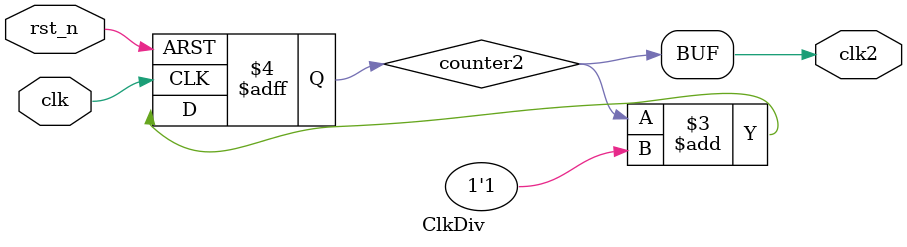
<source format=v>
`timescale 1ns / 1ps


module SME(clk,rst_n,chardata,isstring,ispattern,out_valid,match,match_index,clk2
//          ,array_reg0  , 
//           array_reg1  , 
//           array_reg2  , 
//           array_reg3  , 
//           array_reg4  , 
//           array_reg5  , 
//           array_reg6  , 
//           array_reg7  
//       string_reg0  , 
//       string_reg1  , 
//       string_reg2  , 
//       string_reg3  , 
//       string_reg4  , 
//       string_reg5  , 
//       string_reg6  , 
//       string_reg7  , 
//       string_reg8  , 
//       string_reg9  , 
//       string_reg10 , 
//       string_reg11 , 
//       string_reg12 , 
//       string_reg13 , 
//       string_reg14 , 
//       string_reg15 , 
//       string_reg16 , 
//       string_reg17 , 
//       string_reg18 , 
//       string_reg19 , 
//       string_reg20 , 
//       string_reg21 , 
//       string_reg22 , 
//       string_reg23 , 
//       string_reg24 , 
//       string_reg25 , 
//       string_reg26 , 
//       string_reg27 , 
//       string_reg28 , 
//       string_reg29 , 
//       string_reg30 , 
//       string_reg31 
//      ,pattern_reg0,
//       pattern_reg1,///////////////////////////////////////////////////////////////////////////////////////////////////////////////////////////////////////////////;

//       pattern_reg2,
//       pattern_reg3,
//       pattern_reg4,
//       pattern_reg5,
//       pattern_reg6,
//       pattern_reg7
//       pattern0,
//       pattern1,
//       pattern2,
//       pattern3,
//       pattern4,
//       pattern5,
//       pattern6,
////       pattern7,
//      , suma,sumb,sumc,sum_reg,sum_L_reg,sum_R_reg
//      ,sum_star_reg
////      //,sum_L,sum_R
//      ,sum_Ra,sum_Rb,sum_Rc,sum_La,sum_Lb,sum_Lc
//      ,current_state,next_state
//      ,front_reg,back_reg,star_reg
//    ,place,place_L,place_R,f_place
//       ,valid,isback
);
           
input clk;
input rst_n;
input [7:0] chardata;
input isstring;
input ispattern;
output reg match;
output reg [4:0] match_index;
output reg out_valid;
output wire clk2;
//output
 reg [7:0] string0 =0 , string1 =0 , string2 =0 , string3 =0 , string4 =0 , string5=0 , string6 =0 , 
string7  =0 , string8  =0, string9  =0, string10 =0, string11 =0, string12 =0, string13=0, string14 =0, 
string15 =0 , string16 =0, string17 =0, string18 =0, string19 =0, string20 =0, string21=0, string22 =0, 
string23 =0 , string24 =0, string25 =0, string26 =0, string27 =0, string28 =0, string29=0, string30 =0, string31 =0;
//output 
reg [7:0] string_reg0  , string_reg1  , string_reg2  , string_reg3  , string_reg4  , string_reg5  , string_reg6  , 
string_reg7  , string_reg8  , string_reg9  , string_reg10 , string_reg11 , string_reg12 , string_reg13 , string_reg14 , 
string_reg15 , string_reg16 , string_reg17 , string_reg18 , string_reg19 , string_reg20 , string_reg21 , string_reg22 , 
string_reg23 , string_reg24 , string_reg25 , string_reg26 , string_reg27 , string_reg28 , string_reg29 , string_reg30 , string_reg31 ;
//output 
reg [7:0] pattern_reg0, pattern_reg1,pattern_reg2,pattern_reg3,pattern_reg4,pattern_reg5,pattern_reg6,pattern_reg7 ;
//output 
reg [7:0] pattern0 =0, pattern1=0,pattern2=0,pattern3=0,pattern4=0,pattern5=0,pattern6=0,pattern7 =0;
parameter START = 4'd0,STRING = 4'd1,PATTERN = 4'd2, COMP = 4'd3,WAIT = 4'd4, MUL1 = 4'd5, MUL2 = 4'd6,MUL3 = 4'd7, OUT1 = 4'd8;
//output 
reg [3:0] current_state,next_state;
//output 
reg [4:0] d = 0; 
wire e,f,g;

//output 
reg isback;
reg [5:0] flag=0;
reg [2:0] sel=0;
reg [5:0] string_len;
wire [2:0] star_location;
//output 
reg [2:0] last_pattern_place;
//output 
reg [31:0] sum_L_reg,sum_reg,sum_R_reg;
//output
reg [31:0] suma=0,sumb=0,sumc=0;
//output
reg sum_star_reg;
//output
reg [31:0] sum_Ra = 0,sum_Rb = 0,sum_Rc = 0,sum_La = 0,sum_Lb = 0,sum_Lc = 0;
reg sum_temp;
////output 
//reg sum_star;
//output 
wire [31:0] array0,array1,array2,array3,array4,array5,array6,array7;
//output
reg [31:0] array_reg0,array_reg1,array_reg2,array_reg3,array_reg4,array_reg5,array_reg6,array_reg7;
//output 
wire [7:0] front,back,star;
//output 
reg front_reg,back_reg,star_reg;
//output 
wire [4:0] place,place_L,place_R;
//output 
reg [4:0] f_place = 0;
reg to_mul2,to_mul3,done,valid,to_wait,isback2;
//wire insig;
reg match_reg = 0;
reg [31:0] match_index_reg = 0;
ClkDiv U0(.clk(clk),.clk2(clk2),.rst_n(rst_n));
///////////////////////////////////////////////////////////////////////////////////////////////////////////////////////////////////////////////
/////////////////////////////////////////////////////////     FSM   ////////////////////////////////////////////////////////////////////////         
///////////////////////////////////////////////////////////////////////////////////////////////////////////////////////////////////////////////
always @(posedge clk or negedge rst_n)
begin
    if(!rst_n)  
    begin 
        current_state <= START;
    end
    else begin
        current_state <= next_state;
    end
end

always @(*) begin
        case(current_state)
            START: begin
                        if(isstring) next_state = STRING;
                        else if(ispattern)   next_state = PATTERN;
                        else next_state = current_state;
                    end
            STRING: begin
                        if(ispattern)  next_state = PATTERN;
                        else next_state = current_state;
                    end
            PATTERN:begin
                        if(!sel)  next_state = COMP;
                        else next_state = current_state;
                    end
            COMP:    begin
                        if(to_wait)  next_state = WAIT;
                        else next_state = current_state;
                    end
            WAIT:    begin
                        if(done)  next_state = MUL1;
                        else next_state = current_state;
                    end
            MUL1:    begin
                        if(to_mul2)  next_state = MUL2;
                        else next_state = current_state;
                    end
            MUL2:    begin
                        if(to_mul3)  next_state = MUL3;
                        else next_state = current_state;
                    end
            MUL3:    begin
                        if(valid)  next_state = OUT1;
                        else next_state = current_state;
                    end
            OUT1:    begin
                        if(isback)  next_state = START;
                        else next_state = current_state;
                    end
            default:    next_state = current_state;
         endcase
end

always@(posedge clk or negedge rst_n)
begin
    if(!rst_n)
    begin
        to_wait <= 0;
        ///////
        front_reg <= 0;
        back_reg  <= 0;
        star_reg  <= 0;
        array_reg0 <= 0;
        array_reg1 <= 0;
        array_reg2 <= 0;
        array_reg3 <= 0;
        array_reg4 <= 0;
        array_reg5 <= 0;
        array_reg6 <= 0;
        array_reg7 <= 0;
        done <= 0;
        ///
        to_mul2 <= 0;
        ///
        sum_reg <=  0;
        sum_R_reg <= 0 ;
        sum_L_reg <= 0;
        to_mul3 <= 0;
        ///
        sum_star_reg <= 0;
        valid <= 0;
        ///
        sum_temp <= 0;
        isback <= 0;
        //
        out_valid <= 0;
        match <= 0;
        match_index <= 0;
    end
    else begin
        case(current_state)
        PATTERN: begin  to_wait <= 1;
        end
        COMP:begin
        front_reg <= |front;
        back_reg  <= |back;
        star_reg  <= |star;
        array_reg0 <= array0;
        array_reg1 <= array1;
        array_reg2 <= array2;
        array_reg3 <= array3;
        array_reg4 <= array4;
        array_reg5 <= array5;
        array_reg6 <= array6;
        array_reg7 <= array7;
        done <= 1;
        end
        WAIT:begin
        to_mul2 <= 1;
        end
        MUL1: begin
        sum_reg <=  suma & sumb & sumc;
        sum_R_reg <= sum_Ra & sum_Rb & sum_Rc ;
        sum_L_reg <= sum_La & sum_Lb & sum_Lc;
        to_mul3 <= 1;
        end
        MUL2: begin
        sum_star_reg <= e & g & f;
        valid <= 1;
        end
        MUL3: begin
        sum_temp <= (sum_reg != 0 || sum_star_reg != 0) ? 1'b1:1'b0;
        end
        OUT1:  begin
        isback <= 1;
        out_valid <= 1;
        match <= match_reg;
        match_index <= match_index_reg;
        end
        default:begin
        to_wait <= 0;
        ///////
        front_reg  <= front_reg ;
        back_reg   <= back_reg  ;
        star_reg   <= star_reg  ;
        array_reg0 <= array_reg0;
        array_reg1 <= array_reg1;
        array_reg2 <= array_reg2;
        array_reg3 <= array_reg3;
        array_reg4 <= array_reg4;
        array_reg5 <= array_reg5;
        array_reg6 <= array_reg6;
        array_reg7 <= array_reg7;
        done <= 0;
        ///
        to_mul2 <= 0;
        ///
        sum_reg   <= sum_reg  ;
        sum_R_reg <= sum_R_reg;
        sum_L_reg <= sum_L_reg;
        to_mul3   <= 0;
        ///
        sum_star_reg <= sum_star_reg;
        valid        <= 0;
        ///
        sum_temp     <= sum_temp;
        isback       <= 0;
        //
        out_valid    <= 0;
        match        <= 0;
        match_index  <= 0;
        end
        endcase
   end
end

/////////////////////  §ä¦ì¤l ªº COMB  /////////////////////////////////
wire [1:0] c;
assign c = (front_reg == 0 && place == 0) ? 2'd0:
           (front_reg == 0 && place != 0) ? 2'd1:
                                            2'd2;

First F0(.in(sum_reg),.out(place));
First F1(.in(sum_L_reg),.out(place_L));
Last F2(.in(sum_R_reg),.out(place_R));
/////////////////////  sum_star_regªºCOMB  /////////////////////////////////
always @(*)
begin
    case(star_location)
    3'd0: d = 0;
    3'd1:begin
         if(last_pattern_place) d = place_L + star_location;
         else d = place_L + star_location - 1;
         end
    default:d = place_L + star_location - 1;
    endcase
end


assign    e = ((sum_L_reg) != 0) ? 1'b1:1'b0;
assign    f = (sum_R_reg != 0)  ? 1'b1:1'b0;
assign    g = (d <= place_R) ? 1'b1:1'b0;

/////////////////////  ¨DMATCH_INDEX ªºCOMB  /////////////////////////////////
always @(*)
begin
    if(star_reg == 0)begin
        case(last_pattern_place )  
        3'd0:   f_place = place;
        3'd1:   f_place = place;
        default:begin
            case(c)
            2'd0:   f_place = place;
            2'd1:   f_place = place -1 ;
            default:f_place = place  ;
            endcase
        end
        endcase
    end
    else begin  //star_reg = 1
        case(star_location)
            3'd0:f_place = 0;
            3'd1:f_place = place_L;
            default:begin
            if(!front_reg)      begin//
                if(place_L != 0)
                    f_place = place_L -1 ;
                else
                    f_place = place_L;
            end
            else
                f_place = place_L  ;
            end
        endcase
    end
end
always @(*)
begin
    if (sum_temp) begin
        match_reg = 1;
        match_index_reg = f_place;
    end
    else begin
        match_reg = 0;
        match_index_reg = 0;
    end
end



///////////////////////////////////////////////////////////////////////////////////////////////////////////////////////////////////////////////
///////////////////////////////////////////////      PUT STRING   ////////////////////////////////////////////////////////////////////
///////////////////////////////////////////////////////////////////////////////////////////////////////////////////////////////////////////////

always @(posedge clk)
begin
    if (isstring) // string
    begin
        flag <= flag + 1;   
    end
    else begin
        flag <= 0;
    end
end

always @(posedge clk )
begin
    if(isstring)
    begin
        case(flag)
        5'd0: begin   string0   <= chardata;  end
        5'd1: begin   string1   <= chardata;  end
        5'd2: begin   string2   <= chardata;  end
        5'd3: begin   string3   <= chardata;  end
        5'd4: begin   string4   <= chardata;  end
        5'd5: begin   string5   <= chardata;  end
        5'd6: begin   string6   <= chardata;  end
        5'd7: begin   string7   <= chardata;  end
        5'd8: begin   string8   <= chardata;  end
        5'd9: begin   string9   <= chardata;  end
        5'd10:begin   string10  <= chardata;  end
        5'd11:begin   string11  <= chardata;  end
        5'd12:begin   string12  <= chardata;  end
        5'd13:begin   string13  <= chardata;  end
        5'd14:begin   string14  <= chardata;  end
        5'd15:begin   string15  <= chardata;  end
        5'd16:begin   string16  <= chardata;  end
        5'd17:begin   string17  <= chardata;  end
        5'd18:begin   string18  <= chardata;  end
        5'd19:begin   string19  <= chardata;  end
        5'd20:begin   string20  <= chardata;  end
        5'd21:begin   string21  <= chardata;  end
        5'd22:begin   string22  <= chardata;  end
        5'd23:begin   string23  <= chardata;  end
        5'd24:begin   string24  <= chardata;  end
        5'd25:begin   string25  <= chardata;  end
        5'd26:begin   string26  <= chardata;  end
        5'd27:begin   string27  <= chardata;  end
        5'd28:begin   string28  <= chardata;  end
        5'd29:begin   string29  <= chardata;  end
        5'd30:begin   string30  <= chardata;  end
        5'd31:begin   string31  <= chardata;  end
        endcase
    end
    else begin
        string0  <=  0;
        string1  <=  0;
        string2  <=  0;
        string3  <=  0;
        string4  <=  0;
        string5  <=  0;
        string6  <=  0;
        string7  <=  0;
        string8  <=  0;
        string9  <=  0;
        string10 <= 0;
        string11 <= 0;
        string12 <= 0;
        string13 <= 0;
        string14 <= 0;
        string15 <= 0;
        string16 <= 0;
        string17 <= 0;
        string18 <= 0;
        string19 <= 0;
        string20 <= 0;
        string21 <= 0;
        string22 <= 0;
        string23 <= 0;
        string24 <= 0;
        string25 <= 0;
        string26 <= 0;
        string27 <= 0;
        string28 <= 0;
        string29 <= 0;
        string30 <= 0;
        string31 <= 0;
    end
end

always @(negedge isstring or negedge rst_n)
begin
    if(!rst_n)
    begin
        string_len <= 0;
        string_reg0   <= 0;
        string_reg1   <= 0;
        string_reg2   <= 0;
        string_reg3   <= 0;
        string_reg4   <= 0;
        string_reg5   <= 0;
        string_reg6   <= 0;
        string_reg7   <= 0;
        string_reg8   <= 0;
        string_reg9   <= 0;
        string_reg10  <= 0;
        string_reg11  <= 0;
        string_reg12  <= 0;
        string_reg13  <= 0;
        string_reg14  <= 0;
        string_reg15  <= 0;
        string_reg16  <= 0;
        string_reg17  <= 0;
        string_reg18  <= 0;
        string_reg19  <= 0;
        string_reg20  <= 0;
        string_reg21  <= 0;
        string_reg22  <= 0;
        string_reg23  <= 0;
        string_reg24  <= 0;
        string_reg25  <= 0;
        string_reg26  <= 0;
        string_reg27  <= 0;
        string_reg28  <= 0;
        string_reg29  <= 0;
        string_reg30  <= 0;
        string_reg31  <= 0;
    end
    else begin
        string_len <= flag ;
        string_reg0   <= string0 ;
        string_reg1   <= string1 ;
        string_reg2   <= string2 ;
        string_reg3   <= string3 ;
        string_reg4   <= string4 ;
        string_reg5   <= string5 ;
        string_reg6   <= string6 ;
        string_reg7   <= string7 ;
        string_reg8   <= string8 ;
        string_reg9   <= string9 ;
        string_reg10  <= string10;
        string_reg11  <= string11;
        string_reg12  <= string12;
        string_reg13  <= string13;
        string_reg14  <= string14;
        string_reg15  <= string15;
        string_reg16  <= string16;
        string_reg17  <= string17;
        string_reg18  <= string18;
        string_reg19  <= string19;
        string_reg20  <= string20;
        string_reg21  <= string21;
        string_reg22  <= string22;
        string_reg23  <= string23;
        string_reg24  <= string24;
        string_reg25  <= string25;
        string_reg26  <= string26;
        string_reg27  <= string27;
        string_reg28  <= string28;
        string_reg29  <= string29;
        string_reg30  <= string30;
        string_reg31  <= string31;
    end
end



///////////////////////////////////////////////////////////////////////////////////////////////////////////////////////////////////////////////
///////////////////////////////////////////////      PUT PATTERN   ////////////////////////////////////////////////////////////////////
///////////////////////////////////////////////////////////////////////////////////////////////////////////////////////////////////////////////

always @(posedge clk)
begin
    if (ispattern) // PATTERN
    begin
        sel <= sel + 1;   
    end
    else begin
        sel <= 0;
    end
end
always @(posedge clk )
begin
    if(ispattern == 1)
    begin
        case(sel)
        3'd0: begin   pattern0  <= chardata;  end
        3'd1: begin   pattern1  <= chardata;  end
        3'd2: begin   pattern2  <= chardata;  end
        3'd3: begin   pattern3  <= chardata;  end
        3'd4: begin   pattern4  <= chardata;  end
        3'd5: begin   pattern5  <= chardata;  end
        3'd6: begin   pattern6  <= chardata;  end
        3'd7: begin   pattern7  <= chardata;  end
        endcase
    end
    else begin
        pattern0  <= 0 ;
        pattern1  <= 0 ;
        pattern2  <= 0 ;
        pattern3  <= 0 ;
        pattern4  <= 0 ;
        pattern5  <= 0 ;
        pattern6  <= 0 ;
        pattern7  <= 0 ;
    end
end

always @(negedge rst_n or negedge ispattern)
begin
    if(!rst_n)
    begin
        last_pattern_place <= 0;
        pattern_reg0  <= 0 ;
        pattern_reg1  <= 0 ;
        pattern_reg2  <= 0 ;
        pattern_reg3  <= 0 ;
        pattern_reg4  <= 0 ;
        pattern_reg5  <= 0 ;
        pattern_reg6  <= 0 ;
        pattern_reg7  <= 0 ;
    end
    else begin
        last_pattern_place <= sel -1;
        pattern_reg0  <= pattern0 ;
        pattern_reg1  <= pattern1 ;
        pattern_reg2  <= pattern2 ;
        pattern_reg3  <= pattern3 ;
        pattern_reg4  <= pattern4 ;
        pattern_reg5  <= pattern5 ;
        pattern_reg6  <= pattern6 ;
        pattern_reg7  <= pattern7 ;
    end
end


///////////////////////////////////////////////////////////////////////////////////////////////////////////////////////////////////////////////
///////////////////////////////////////////////      COMPARE   ///////////////////////////////////////////////////////////////////////
///////////////////////////////////////////////////////////////////////////////////////////////////////////////////////////////////////////////

//¤ñ¸ûpattern»Pstring§ä¥X¦r¥Àªº¦ì¤l

Compare C0(.string31(string_reg31),.string30(string_reg30),
           .string29(string_reg29),.string28(string_reg28),.string27(string_reg27),.string26(string_reg26),.string25(string_reg25),
           .string24(string_reg24),.string23(string_reg23),.string22(string_reg22),.string21(string_reg21),.string20(string_reg20),
           .string19(string_reg19),.string18(string_reg18),.string17(string_reg17),.string16(string_reg16),.string15(string_reg15),
           .string14(string_reg14),.string13(string_reg13),.string12(string_reg12),.string11(string_reg11),.string10(string_reg10),
           .string9 (string_reg9 ),.string8 (string_reg8 ),.string7 (string_reg7 ),.string6 (string_reg6 ),.string5 (string_reg5 ),
           .string4 (string_reg4 ),.string3 (string_reg3 ),.string2 (string_reg2 ),.string1 (string_reg1 ),.string0 (string_reg0 ),
           .pattern(pattern_reg0 ),.array(array0),.front(front[0]),.back(back[0]),.string_len(string_len),
           .star(star[0]));
Compare C1(.string31(string_reg31),.string30(string_reg30),
           .string29(string_reg29),.string28(string_reg28),.string27(string_reg27),.string26(string_reg26),.string25(string_reg25),
           .string24(string_reg24),.string23(string_reg23),.string22(string_reg22),.string21(string_reg21),.string20(string_reg20),
           .string19(string_reg19),.string18(string_reg18),.string17(string_reg17),.string16(string_reg16),.string15(string_reg15),
           .string14(string_reg14),.string13(string_reg13),.string12(string_reg12),.string11(string_reg11),.string10(string_reg10),
           .string9 (string_reg9 ),.string8 (string_reg8 ),.string7 (string_reg7 ),.string6 (string_reg6 ),.string5 (string_reg5 ),
           .string4 (string_reg4 ),.string3 (string_reg3 ),.string2 (string_reg2 ),.string1 (string_reg1 ),.string0 (string_reg0 ),
           .pattern(pattern_reg1 ),.array(array1),.front(front[1]),.back(back[1]),.string_len(string_len),
           .star(star[1]));
Compare C2(.string31(string_reg31),.string30(string_reg30),
           .string29(string_reg29),.string28(string_reg28),.string27(string_reg27),.string26(string_reg26),.string25(string_reg25),
           .string24(string_reg24),.string23(string_reg23),.string22(string_reg22),.string21(string_reg21),.string20(string_reg20),
           .string19(string_reg19),.string18(string_reg18),.string17(string_reg17),.string16(string_reg16),.string15(string_reg15),
           .string14(string_reg14),.string13(string_reg13),.string12(string_reg12),.string11(string_reg11),.string10(string_reg10),
           .string9 (string_reg9 ),.string8 (string_reg8 ),.string7 (string_reg7 ),.string6 (string_reg6 ),.string5 (string_reg5 ),
           .string4 (string_reg4 ),.string3 (string_reg3 ),.string2 (string_reg2 ),.string1 (string_reg1 ),.string0 (string_reg0 ),
           .pattern(pattern_reg2 ),.array(array2),.front(front[2]),.back(back[2]),.string_len(string_len),
           .star(star[2]));
Compare C3(.string31(string_reg31),.string30(string_reg30),
           .string29(string_reg29),.string28(string_reg28),.string27(string_reg27),.string26(string_reg26),.string25(string_reg25),
           .string24(string_reg24),.string23(string_reg23),.string22(string_reg22),.string21(string_reg21),.string20(string_reg20),
           .string19(string_reg19),.string18(string_reg18),.string17(string_reg17),.string16(string_reg16),.string15(string_reg15),
           .string14(string_reg14),.string13(string_reg13),.string12(string_reg12),.string11(string_reg11),.string10(string_reg10),
           .string9 (string_reg9 ),.string8 (string_reg8 ),.string7 (string_reg7 ),.string6 (string_reg6 ),.string5 (string_reg5 ),
           .string4 (string_reg4 ),.string3 (string_reg3 ),.string2 (string_reg2 ),.string1 (string_reg1 ),.string0 (string_reg0 ),
           .pattern(pattern_reg3 ),.array(array3),.front(front[3]),.back(back[3]),.string_len(string_len),
           .star(star[3]));              
Compare C4(.string31(string_reg31),.string30(string_reg30),
           .string29(string_reg29),.string28(string_reg28),.string27(string_reg27),.string26(string_reg26),.string25(string_reg25),
           .string24(string_reg24),.string23(string_reg23),.string22(string_reg22),.string21(string_reg21),.string20(string_reg20),
           .string19(string_reg19),.string18(string_reg18),.string17(string_reg17),.string16(string_reg16),.string15(string_reg15),
           .string14(string_reg14),.string13(string_reg13),.string12(string_reg12),.string11(string_reg11),.string10(string_reg10),
           .string9 (string_reg9 ),.string8 (string_reg8 ),.string7 (string_reg7 ),.string6 (string_reg6 ),.string5 (string_reg5 ),
           .string4 (string_reg4 ),.string3 (string_reg3 ),.string2 (string_reg2 ),.string1 (string_reg1 ),.string0 (string_reg0 ),
           .pattern(pattern_reg4 ),.array(array4),.front(front[4]),.back(back[4]),.string_len(string_len),
           .star(star[4]));
Compare C5(.string31(string_reg31),.string30(string_reg30),
           .string29(string_reg29),.string28(string_reg28),.string27(string_reg27),.string26(string_reg26),.string25(string_reg25),
           .string24(string_reg24),.string23(string_reg23),.string22(string_reg22),.string21(string_reg21),.string20(string_reg20),
           .string19(string_reg19),.string18(string_reg18),.string17(string_reg17),.string16(string_reg16),.string15(string_reg15),
           .string14(string_reg14),.string13(string_reg13),.string12(string_reg12),.string11(string_reg11),.string10(string_reg10),
           .string9 (string_reg9 ),.string8 (string_reg8 ),.string7 (string_reg7 ),.string6 (string_reg6 ),.string5 (string_reg5 ),
           .string4 (string_reg4 ),.string3 (string_reg3 ),.string2 (string_reg2 ),.string1 (string_reg1 ),.string0 (string_reg0 ),
           .pattern(pattern_reg5 ),.array(array5),.front(front[5]),.back(back[5]),.string_len(string_len),
           .star(star[5]));
Compare C6(.string31(string_reg31),.string30(string_reg30),
           .string29(string_reg29),.string28(string_reg28),.string27(string_reg27),.string26(string_reg26),.string25(string_reg25),
           .string24(string_reg24),.string23(string_reg23),.string22(string_reg22),.string21(string_reg21),.string20(string_reg20),
           .string19(string_reg19),.string18(string_reg18),.string17(string_reg17),.string16(string_reg16),.string15(string_reg15),
           .string14(string_reg14),.string13(string_reg13),.string12(string_reg12),.string11(string_reg11),.string10(string_reg10),
           .string9 (string_reg9 ),.string8 (string_reg8 ),.string7 (string_reg7 ),.string6 (string_reg6 ),.string5 (string_reg5 ),
           .string4 (string_reg4 ),.string3 (string_reg3 ),.string2 (string_reg2 ),.string1 (string_reg1 ),.string0 (string_reg0 ),
           .pattern(pattern_reg6 ),.array(array6),.front(front[6]),.back(back[6]),.string_len(string_len),
           .star(star[6]));
Compare C7(.string31(string_reg31),.string30(string_reg30),
           .string29(string_reg29),.string28(string_reg28),.string27(string_reg27),.string26(string_reg26),.string25(string_reg25),
           .string24(string_reg24),.string23(string_reg23),.string22(string_reg22),.string21(string_reg21),.string20(string_reg20),
           .string19(string_reg19),.string18(string_reg18),.string17(string_reg17),.string16(string_reg16),.string15(string_reg15),
           .string14(string_reg14),.string13(string_reg13),.string12(string_reg12),.string11(string_reg11),.string10(string_reg10),
           .string9 (string_reg9 ),.string8 (string_reg8 ),.string7 (string_reg7 ),.string6 (string_reg6 ),.string5 (string_reg5 ),
           .string4 (string_reg4 ),.string3 (string_reg3 ),.string2 (string_reg2 ),.string1 (string_reg1 ),.string0 (string_reg0 ),
           .pattern(pattern_reg7 ),.array(array7),.front(front[7]),.back(back[7]),.string_len(string_len),
           .star(star[7]));

assign star_location = (star[0] == 1) ? 3'd0:
                       (star[1] == 1) ? 3'd1:
                       (star[2] == 1) ? 3'd2:
                       (star[3] == 1) ? 3'd3:
                       (star[4] == 1) ? 3'd4:
                       (star[5] == 1) ? 3'd5:
                       (star[6] == 1) ? 3'd6:
                                        3'd7;





///////////////////////////////////////////////////////////////////////////////////////////////////////////////////////////////////////////////
///////////////////////////////////////////////      MULTIPLICATION   ///////////////////////////////////////////////////////////
///////////////////////////////////////////////////////////////////////////////////////////////////////////////////////////////////////////////
//¤ñ¹ï¬O§_¦¨¥ß
wire [1:0] mode;
assign mode = (front_reg == 1) ? 2'd0:
              (back_reg == 1)  ? 2'd1:
              (star_reg == 1)  ? 2'd2:
                                 2'd3;

always @(*)
begin
    if(star_reg)begin
    case(last_pattern_place)
        3'd0:begin  //¥u¤ñ¹ï¤@­Ó
                sum_La = 32'hffff_ffff; 
            end
       3'd1:begin  //¤ñ¹ï¨â­Ó
                    case(star_location)
                        3'd0:begin
                                sum_La = 32'hffff_ffff;
                             end
                        3'd1:begin
                                sum_La = array_reg0;
                             end
                          default:begin
                                sum_La = 0;
                             end
                    endcase
            end
      3'd2:begin  //¤ñ¹ï¤T­Ó
                    case(star_location)
                        3'd0:begin  //*xx
                                sum_La = 32'hffff_ffff;
                             end
                        3'd1:begin  //x*x
                                sum_La = array_reg0;
                             end
                        3'd2:begin  //xx*
                                sum_La[0 ] = front_reg  & array_reg1[0 ];
                                sum_La[1 ] = array_reg0[0 ] & array_reg1[1 ];
                                sum_La[2 ] = array_reg0[1 ] & array_reg1[2 ];
                                sum_La[3 ] = array_reg0[2 ] & array_reg1[3 ];                      
                                sum_La[4 ] = array_reg0[3 ] & array_reg1[4 ];
                                sum_La[5 ] = array_reg0[4 ] & array_reg1[5 ];
                                sum_La[6 ] = array_reg0[5 ] & array_reg1[6 ];
                                sum_La[7 ] = array_reg0[6 ] & array_reg1[7 ];
                                sum_La[8 ] = array_reg0[7 ] & array_reg1[8 ];
                                sum_La[9 ] = array_reg0[8 ] & array_reg1[9 ];
                                sum_La[10] = array_reg0[9 ] & array_reg1[10];
                                sum_La[11] = array_reg0[10] & array_reg1[11];
                                sum_La[12] = array_reg0[11] & array_reg1[12];
                                sum_La[13] = array_reg0[12] & array_reg1[13];
                                sum_La[14] = array_reg0[13] & array_reg1[14];
                                sum_La[15] = array_reg0[14] & array_reg1[15];
                                sum_La[16] = array_reg0[15] & array_reg1[16];
                                sum_La[17] = array_reg0[16] & array_reg1[17];
                                sum_La[18] = array_reg0[17] & array_reg1[18];
                                sum_La[19] = array_reg0[18] & array_reg1[19];
                                sum_La[20] = array_reg0[19] & array_reg1[20];
                                sum_La[21] = array_reg0[20] & array_reg1[21];
                                sum_La[22] = array_reg0[21] & array_reg1[22];
                                sum_La[23] = array_reg0[22] & array_reg1[23];
                                sum_La[24] = array_reg0[23] & array_reg1[24];
                                sum_La[25] = array_reg0[24] & array_reg1[25];
                                sum_La[26] = array_reg0[25] & array_reg1[26];
                                sum_La[27] = array_reg0[26] & array_reg1[27];
                                sum_La[28] = array_reg0[27] & array_reg1[28];
                                sum_La[29] = array_reg0[28] & array_reg1[29];
                                sum_La[30] = array_reg0[29] & array_reg1[30];
                                sum_La[31] = array_reg0[30] & array_reg1[31];
                             end
                          default:begin
                                sum_La = 0;
                             end
                    endcase
            end    
      3'd3:begin  //¤ñ¹ï¥|­Ó
                    case(star_location)
                        3'd0:begin  //*xxx
                                sum_La = 32'hffff_ffff;
                             end
                        3'd1:begin  //x*xx
                                sum_La = array_reg0;
                             end
                        3'd2:begin  //xx*x
                                sum_La[0 ] = front_reg  & array_reg1[0 ];
                                sum_La[1 ] = array_reg0[0 ] & array_reg1[1 ];
                                sum_La[2 ] = array_reg0[1 ] & array_reg1[2 ];
                                sum_La[3 ] = array_reg0[2 ] & array_reg1[3 ];                        
                                sum_La[4 ] = array_reg0[3 ] & array_reg1[4 ];
                                sum_La[5 ] = array_reg0[4 ] & array_reg1[5 ];
                                sum_La[6 ] = array_reg0[5 ] & array_reg1[6 ];
                                sum_La[7 ] = array_reg0[6 ] & array_reg1[7 ];
                                sum_La[8 ] = array_reg0[7 ] & array_reg1[8 ];
                                sum_La[9 ] = array_reg0[8 ] & array_reg1[9 ];
                                sum_La[10] = array_reg0[9 ] & array_reg1[10];
                                sum_La[11] = array_reg0[10] & array_reg1[11];
                                sum_La[12] = array_reg0[11] & array_reg1[12];
                                sum_La[13] = array_reg0[12] & array_reg1[13];
                                sum_La[14] = array_reg0[13] & array_reg1[14];
                                sum_La[15] = array_reg0[14] & array_reg1[15];
                                sum_La[16] = array_reg0[15] & array_reg1[16];
                                sum_La[17] = array_reg0[16] & array_reg1[17];
                                sum_La[18] = array_reg0[17] & array_reg1[18];
                                sum_La[19] = array_reg0[18] & array_reg1[19];
                                sum_La[20] = array_reg0[19] & array_reg1[20];
                                sum_La[21] = array_reg0[20] & array_reg1[21];
                                sum_La[22] = array_reg0[21] & array_reg1[22];
                                sum_La[23] = array_reg0[22] & array_reg1[23];
                                sum_La[24] = array_reg0[23] & array_reg1[24];
                                sum_La[25] = array_reg0[24] & array_reg1[25];
                                sum_La[26] = array_reg0[25] & array_reg1[26];
                                sum_La[27] = array_reg0[26] & array_reg1[27];
                                sum_La[28] = array_reg0[27] & array_reg1[28];
                                sum_La[29] = array_reg0[28] & array_reg1[29];
                                sum_La[30] = array_reg0[29] & array_reg1[30];
                                sum_La[31] = array_reg0[30] & array_reg1[31];
                             end
                        3'd3:begin  //xxx*
                                sum_La[0 ] =       front_reg  & array_reg1[0 ];
                                sum_La[1 ] = array_reg0[0 ] & array_reg1[1 ];
                                sum_La[2 ] = array_reg0[1 ] & array_reg1[2 ];
                                sum_La[3 ] = array_reg0[2 ] & array_reg1[3 ];                        
                                sum_La[4 ] = array_reg0[3 ] & array_reg1[4 ];
                                sum_La[5 ] = array_reg0[4 ] & array_reg1[5 ];
                                sum_La[6 ] = array_reg0[5 ] & array_reg1[6 ];
                                sum_La[7 ] = array_reg0[6 ] & array_reg1[7 ];
                                sum_La[8 ] = array_reg0[7 ] & array_reg1[8 ];
                                sum_La[9 ] = array_reg0[8 ] & array_reg1[9 ];
                                sum_La[10] = array_reg0[9 ] & array_reg1[10];
                                sum_La[11] = array_reg0[10] & array_reg1[11];
                                sum_La[12] = array_reg0[11] & array_reg1[12];
                                sum_La[13] = array_reg0[12] & array_reg1[13];
                                sum_La[14] = array_reg0[13] & array_reg1[14];
                                sum_La[15] = array_reg0[14] & array_reg1[15];
                                sum_La[16] = array_reg0[15] & array_reg1[16];
                                sum_La[17] = array_reg0[16] & array_reg1[17];
                                sum_La[18] = array_reg0[17] & array_reg1[18];
                                sum_La[19] = array_reg0[18] & array_reg1[19];
                                sum_La[20] = array_reg0[19] & array_reg1[20];
                                sum_La[21] = array_reg0[20] & array_reg1[21];
                                sum_La[22] = array_reg0[21] & array_reg1[22];
                                sum_La[23] = array_reg0[22] & array_reg1[23];
                                sum_La[24] = array_reg0[23] & array_reg1[24];
                                sum_La[25] = array_reg0[24] & array_reg1[25];
                                sum_La[26] = array_reg0[25] & array_reg1[26];
                                sum_La[27] = array_reg0[26] & array_reg1[27];
                                sum_La[28] = array_reg0[27] & array_reg1[28];
                                sum_La[29] = array_reg0[28] & array_reg1[29];
                                sum_La[30] = array_reg0[29] & array_reg1[30];
                                sum_La[31] = 0;
                             end
                        default:begin
                                sum_La = 0;
                             end
                    endcase
            end
      3'd4:begin  //¤ñ¹ï¤­­Ó
                    case(star_location)
                        3'd0:begin  //*xxxx
                                sum_La = 32'hffff_ffff;
                             end
                        3'd1:begin  //x*xxx
                                sum_La = array_reg0;
                             end
                        3'd2:begin  //xx*xx
                                sum_La[0 ] =       front_reg  & array_reg1[0 ];  
                                sum_La[1 ] = array_reg0[0 ] & array_reg1[1 ];  
                                sum_La[2 ] = array_reg0[1 ] & array_reg1[2 ];  
                                sum_La[3 ] = array_reg0[2 ] & array_reg1[3 ];                
                                sum_La[4 ] = array_reg0[3 ] & array_reg1[4 ];  
                                sum_La[5 ] = array_reg0[4 ] & array_reg1[5 ];  
                                sum_La[6 ] = array_reg0[5 ] & array_reg1[6 ];  
                                sum_La[7 ] = array_reg0[6 ] & array_reg1[7 ];  
                                sum_La[8 ] = array_reg0[7 ] & array_reg1[8 ];  
                                sum_La[9 ] = array_reg0[8 ] & array_reg1[9 ];  
                                sum_La[10] = array_reg0[9 ] & array_reg1[10];  
                                sum_La[11] = array_reg0[10] & array_reg1[11];  
                                sum_La[12] = array_reg0[11] & array_reg1[12];  
                                sum_La[13] = array_reg0[12] & array_reg1[13];  
                                sum_La[14] = array_reg0[13] & array_reg1[14];  
                                sum_La[15] = array_reg0[14] & array_reg1[15];  
                                sum_La[16] = array_reg0[15] & array_reg1[16];  
                                sum_La[17] = array_reg0[16] & array_reg1[17];  
                                sum_La[18] = array_reg0[17] & array_reg1[18];  
                                sum_La[19] = array_reg0[18] & array_reg1[19];  
                                sum_La[20] = array_reg0[19] & array_reg1[20];  
                                sum_La[21] = array_reg0[20] & array_reg1[21];  
                                sum_La[22] = array_reg0[21] & array_reg1[22];  
                                sum_La[23] = array_reg0[22] & array_reg1[23];  
                                sum_La[24] = array_reg0[23] & array_reg1[24];  
                                sum_La[25] = array_reg0[24] & array_reg1[25];  
                                sum_La[26] = array_reg0[25] & array_reg1[26];  
                                sum_La[27] = array_reg0[26] & array_reg1[27];  
                                sum_La[28] = array_reg0[27] & array_reg1[28];  
                                sum_La[29] = array_reg0[28] & array_reg1[29];  
                                sum_La[30] = array_reg0[29] & array_reg1[30];  
                                sum_La[31] = array_reg0[30] & array_reg1[31];  
                             end
                         3'd3:begin  //xxx*x
                                sum_La[0 ] =       front_reg  & array_reg1[0 ];
                                sum_La[1 ] = array_reg0[0 ] & array_reg1[1 ];
                                sum_La[2 ] = array_reg0[1 ] & array_reg1[2 ];
                                sum_La[3 ] = array_reg0[2 ] & array_reg1[3 ];                        
                                sum_La[4 ] = array_reg0[3 ] & array_reg1[4 ];
                                sum_La[5 ] = array_reg0[4 ] & array_reg1[5 ];
                                sum_La[6 ] = array_reg0[5 ] & array_reg1[6 ];
                                sum_La[7 ] = array_reg0[6 ] & array_reg1[7 ];
                                sum_La[8 ] = array_reg0[7 ] & array_reg1[8 ];
                                sum_La[9 ] = array_reg0[8 ] & array_reg1[9 ];
                                sum_La[10] = array_reg0[9 ] & array_reg1[10];
                                sum_La[11] = array_reg0[10] & array_reg1[11];
                                sum_La[12] = array_reg0[11] & array_reg1[12];
                                sum_La[13] = array_reg0[12] & array_reg1[13];
                                sum_La[14] = array_reg0[13] & array_reg1[14];
                                sum_La[15] = array_reg0[14] & array_reg1[15];
                                sum_La[16] = array_reg0[15] & array_reg1[16];
                                sum_La[17] = array_reg0[16] & array_reg1[17];
                                sum_La[18] = array_reg0[17] & array_reg1[18];
                                sum_La[19] = array_reg0[18] & array_reg1[19];
                                sum_La[20] = array_reg0[19] & array_reg1[20];
                                sum_La[21] = array_reg0[20] & array_reg1[21];
                                sum_La[22] = array_reg0[21] & array_reg1[22];
                                sum_La[23] = array_reg0[22] & array_reg1[23];
                                sum_La[24] = array_reg0[23] & array_reg1[24];
                                sum_La[25] = array_reg0[24] & array_reg1[25];
                                sum_La[26] = array_reg0[25] & array_reg1[26];
                                sum_La[27] = array_reg0[26] & array_reg1[27];
                                sum_La[28] = array_reg0[27] & array_reg1[28];
                                sum_La[29] = array_reg0[28] & array_reg1[29];
                                sum_La[30] = array_reg0[29] & array_reg1[30];
                                sum_La[31] = 0;
                             end
                        3'd4:begin  //xxxx*
                                sum_La[0 ] =       front_reg  & array_reg1[0 ];
                                sum_La[1 ] = array_reg0[0 ] & array_reg1[1 ];
                                sum_La[2 ] = array_reg0[1 ] & array_reg1[2 ];
                                sum_La[3 ] = array_reg0[2 ] & array_reg1[3 ];                        
                                sum_La[4 ] = array_reg0[3 ] & array_reg1[4 ];
                                sum_La[5 ] = array_reg0[4 ] & array_reg1[5 ];
                                sum_La[6 ] = array_reg0[5 ] & array_reg1[6 ];
                                sum_La[7 ] = array_reg0[6 ] & array_reg1[7 ];
                                sum_La[8 ] = array_reg0[7 ] & array_reg1[8 ];
                                sum_La[9 ] = array_reg0[8 ] & array_reg1[9 ];
                                sum_La[10] = array_reg0[9 ] & array_reg1[10];
                                sum_La[11] = array_reg0[10] & array_reg1[11];
                                sum_La[12] = array_reg0[11] & array_reg1[12];
                                sum_La[13] = array_reg0[12] & array_reg1[13];
                                sum_La[14] = array_reg0[13] & array_reg1[14];
                                sum_La[15] = array_reg0[14] & array_reg1[15];
                                sum_La[16] = array_reg0[15] & array_reg1[16];
                                sum_La[17] = array_reg0[16] & array_reg1[17];
                                sum_La[18] = array_reg0[17] & array_reg1[18];
                                sum_La[19] = array_reg0[18] & array_reg1[19];
                                sum_La[20] = array_reg0[19] & array_reg1[20];
                                sum_La[21] = array_reg0[20] & array_reg1[21];
                                sum_La[22] = array_reg0[21] & array_reg1[22];
                                sum_La[23] = array_reg0[22] & array_reg1[23];
                                sum_La[24] = array_reg0[23] & array_reg1[24];
                                sum_La[25] = array_reg0[24] & array_reg1[25];
                                sum_La[26] = array_reg0[25] & array_reg1[26];
                                sum_La[27] = array_reg0[26] & array_reg1[27];
                                sum_La[28] = array_reg0[27] & array_reg1[28];
                                sum_La[29] = array_reg0[28] & array_reg1[29];
                                sum_La[30] = 0;
                                sum_La[31] = 0;
                             end  
                          default:begin
                                sum_La = 0;
                             end
                    endcase
            end
      3'd5:begin  //¤ñ¹ï¤»­Ó
                    case(star_location)
                        3'd0:begin  //*xxxxx
                                sum_La = 32'hffff_ffff;
                             end
                        3'd1:begin  //x*xxxx
                                sum_La = array_reg0;
                             end
                        3'd2:begin  //xx*xxx
                                sum_La[0 ] = front_reg  & array_reg1[0 ];             
                                sum_La[1 ] = array_reg0[0 ] & array_reg1[1 ];       
                                sum_La[2 ] = array_reg0[1 ] & array_reg1[2 ];       
                                sum_La[3 ] = array_reg0[2 ] & array_reg1[3 ];                      
                                sum_La[4 ] = array_reg0[3 ] & array_reg1[4 ];       
                                sum_La[5 ] = array_reg0[4 ] & array_reg1[5 ];       
                                sum_La[6 ] = array_reg0[5 ] & array_reg1[6 ];       
                                sum_La[7 ] = array_reg0[6 ] & array_reg1[7 ];       
                                sum_La[8 ] = array_reg0[7 ] & array_reg1[8 ];       
                                sum_La[9 ] = array_reg0[8 ] & array_reg1[9 ];       
                                sum_La[10] = array_reg0[9 ] & array_reg1[10];       
                                sum_La[11] = array_reg0[10] & array_reg1[11];       
                                sum_La[12] = array_reg0[11] & array_reg1[12];       
                                sum_La[13] = array_reg0[12] & array_reg1[13];       
                                sum_La[14] = array_reg0[13] & array_reg1[14];       
                                sum_La[15] = array_reg0[14] & array_reg1[15];       
                                sum_La[16] = array_reg0[15] & array_reg1[16];       
                                sum_La[17] = array_reg0[16] & array_reg1[17];       
                                sum_La[18] = array_reg0[17] & array_reg1[18];       
                                sum_La[19] = array_reg0[18] & array_reg1[19];       
                                sum_La[20] = array_reg0[19] & array_reg1[20];       
                                sum_La[21] = array_reg0[20] & array_reg1[21];       
                                sum_La[22] = array_reg0[21] & array_reg1[22];       
                                sum_La[23] = array_reg0[22] & array_reg1[23];       
                                sum_La[24] = array_reg0[23] & array_reg1[24];       
                                sum_La[25] = array_reg0[24] & array_reg1[25];       
                                sum_La[26] = array_reg0[25] & array_reg1[26];       
                                sum_La[27] = array_reg0[26] & array_reg1[27];       
                                sum_La[28] = array_reg0[27] & array_reg1[28];       
                                sum_La[29] = array_reg0[28] & array_reg1[29];       
                                sum_La[30] = array_reg0[29] & array_reg1[30];       
                                sum_La[31] = array_reg0[30] & array_reg1[31];       
                             end
                         3'd3:begin  //xxx*xx
                                sum_La[0 ] =       front_reg  & array_reg1[0 ];      
                                sum_La[1 ] = array_reg0[0 ] & array_reg1[1 ];      
                                sum_La[2 ] = array_reg0[1 ] & array_reg1[2 ];      
                                sum_La[3 ] = array_reg0[2 ] & array_reg1[3 ];                       
                                sum_La[4 ] = array_reg0[3 ] & array_reg1[4 ];      
                                sum_La[5 ] = array_reg0[4 ] & array_reg1[5 ];      
                                sum_La[6 ] = array_reg0[5 ] & array_reg1[6 ];      
                                sum_La[7 ] = array_reg0[6 ] & array_reg1[7 ];      
                                sum_La[8 ] = array_reg0[7 ] & array_reg1[8 ];      
                                sum_La[9 ] = array_reg0[8 ] & array_reg1[9 ];      
                                sum_La[10] = array_reg0[9 ] & array_reg1[10];      
                                sum_La[11] = array_reg0[10] & array_reg1[11];      
                                sum_La[12] = array_reg0[11] & array_reg1[12];      
                                sum_La[13] = array_reg0[12] & array_reg1[13];      
                                sum_La[14] = array_reg0[13] & array_reg1[14];      
                                sum_La[15] = array_reg0[14] & array_reg1[15];      
                                sum_La[16] = array_reg0[15] & array_reg1[16];      
                                sum_La[17] = array_reg0[16] & array_reg1[17];      
                                sum_La[18] = array_reg0[17] & array_reg1[18];      
                                sum_La[19] = array_reg0[18] & array_reg1[19];      
                                sum_La[20] = array_reg0[19] & array_reg1[20];      
                                sum_La[21] = array_reg0[20] & array_reg1[21];      
                                sum_La[22] = array_reg0[21] & array_reg1[22];      
                                sum_La[23] = array_reg0[22] & array_reg1[23];      
                                sum_La[24] = array_reg0[23] & array_reg1[24];      
                                sum_La[25] = array_reg0[24] & array_reg1[25];      
                                sum_La[26] = array_reg0[25] & array_reg1[26];      
                                sum_La[27] = array_reg0[26] & array_reg1[27];      
                                sum_La[28] = array_reg0[27] & array_reg1[28];      
                                sum_La[29] = array_reg0[28] & array_reg1[29];      
                                sum_La[30] = array_reg0[29] & array_reg1[30];      
                                sum_La[31] = 0;                                             
                             end
                        3'd4:begin  //xxxx*x
                                sum_La[0 ] =       front_reg  & array_reg1[0 ];
                                sum_La[1 ] = array_reg0[0 ] & array_reg1[1 ];
                                sum_La[2 ] = array_reg0[1 ] & array_reg1[2 ];
                                sum_La[3 ] = array_reg0[2 ] & array_reg1[3 ];                        
                                sum_La[4 ] = array_reg0[3 ] & array_reg1[4 ];
                                sum_La[5 ] = array_reg0[4 ] & array_reg1[5 ];
                                sum_La[6 ] = array_reg0[5 ] & array_reg1[6 ];
                                sum_La[7 ] = array_reg0[6 ] & array_reg1[7 ];
                                sum_La[8 ] = array_reg0[7 ] & array_reg1[8 ];
                                sum_La[9 ] = array_reg0[8 ] & array_reg1[9 ];
                                sum_La[10] = array_reg0[9 ] & array_reg1[10];
                                sum_La[11] = array_reg0[10] & array_reg1[11];
                                sum_La[12] = array_reg0[11] & array_reg1[12];
                                sum_La[13] = array_reg0[12] & array_reg1[13];
                                sum_La[14] = array_reg0[13] & array_reg1[14];
                                sum_La[15] = array_reg0[14] & array_reg1[15];
                                sum_La[16] = array_reg0[15] & array_reg1[16];
                                sum_La[17] = array_reg0[16] & array_reg1[17];
                                sum_La[18] = array_reg0[17] & array_reg1[18];
                                sum_La[19] = array_reg0[18] & array_reg1[19];
                                sum_La[20] = array_reg0[19] & array_reg1[20];
                                sum_La[21] = array_reg0[20] & array_reg1[21];
                                sum_La[22] = array_reg0[21] & array_reg1[22];
                                sum_La[23] = array_reg0[22] & array_reg1[23];
                                sum_La[24] = array_reg0[23] & array_reg1[24];
                                sum_La[25] = array_reg0[24] & array_reg1[25];
                                sum_La[26] = array_reg0[25] & array_reg1[26];
                                sum_La[27] = array_reg0[26] & array_reg1[27];
                                sum_La[28] = array_reg0[27] & array_reg1[28];
                                sum_La[29] = array_reg0[28] & array_reg1[29];
                                sum_La[30] = 0;
                                sum_La[31] = 0;
                             end  
                         3'd5:begin  //xxxxx*
                                sum_La[0 ] =       front_reg  & array_reg1[0 ];
                                sum_La[1 ] = array_reg0[0 ] & array_reg1[1 ];
                                sum_La[2 ] = array_reg0[1 ] & array_reg1[2 ];
                                sum_La[3 ] = array_reg0[2 ] & array_reg1[3 ];                        
                                sum_La[4 ] = array_reg0[3 ] & array_reg1[4 ];
                                sum_La[5 ] = array_reg0[4 ] & array_reg1[5 ];
                                sum_La[6 ] = array_reg0[5 ] & array_reg1[6 ];
                                sum_La[7 ] = array_reg0[6 ] & array_reg1[7 ];
                                sum_La[8 ] = array_reg0[7 ] & array_reg1[8 ];
                                sum_La[9 ] = array_reg0[8 ] & array_reg1[9 ];
                                sum_La[10] = array_reg0[9 ] & array_reg1[10];
                                sum_La[11] = array_reg0[10] & array_reg1[11];
                                sum_La[12] = array_reg0[11] & array_reg1[12];
                                sum_La[13] = array_reg0[12] & array_reg1[13];
                                sum_La[14] = array_reg0[13] & array_reg1[14];
                                sum_La[15] = array_reg0[14] & array_reg1[15];
                                sum_La[16] = array_reg0[15] & array_reg1[16];
                                sum_La[17] = array_reg0[16] & array_reg1[17];
                                sum_La[18] = array_reg0[17] & array_reg1[18];
                                sum_La[19] = array_reg0[18] & array_reg1[19];
                                sum_La[20] = array_reg0[19] & array_reg1[20];
                                sum_La[21] = array_reg0[20] & array_reg1[21];
                                sum_La[22] = array_reg0[21] & array_reg1[22];
                                sum_La[23] = array_reg0[22] & array_reg1[23];
                                sum_La[24] = array_reg0[23] & array_reg1[24];
                                sum_La[25] = array_reg0[24] & array_reg1[25];
                                sum_La[26] = array_reg0[25] & array_reg1[26];
                                sum_La[27] = array_reg0[26] & array_reg1[27];
                                sum_La[28] = array_reg0[27] & array_reg1[28];
                                sum_La[29] = 0;
                                sum_La[30] = 0;
                                sum_La[31] = 0;
                             end  
                          default:begin
                                sum_La = 0;
                             end
                    endcase
            end
      3'd6:begin  //¤ñ¹ï¤C­Ó
                    case(star_location)
                        3'd0:begin  //*xxxxxx
                                sum_La = 32'hffff_ffff;
                             end
                        3'd1:begin  //x*xxxxx
                                sum_La = array_reg0;
                             end
                        3'd2:begin  //xx*xxxx
                                sum_La[0 ] = front_reg  & array_reg1[0 ];            
                                sum_La[1 ] = array_reg0[0 ] & array_reg1[1 ];      
                                sum_La[2 ] = array_reg0[1 ] & array_reg1[2 ];      
                                sum_La[3 ] = array_reg0[2 ] & array_reg1[3 ];                     
                                sum_La[4 ] = array_reg0[3 ] & array_reg1[4 ];      
                                sum_La[5 ] = array_reg0[4 ] & array_reg1[5 ];      
                                sum_La[6 ] = array_reg0[5 ] & array_reg1[6 ];      
                                sum_La[7 ] = array_reg0[6 ] & array_reg1[7 ];      
                                sum_La[8 ] = array_reg0[7 ] & array_reg1[8 ];      
                                sum_La[9 ] = array_reg0[8 ] & array_reg1[9 ];      
                                sum_La[10] = array_reg0[9 ] & array_reg1[10];      
                                sum_La[11] = array_reg0[10] & array_reg1[11];      
                                sum_La[12] = array_reg0[11] & array_reg1[12];      
                                sum_La[13] = array_reg0[12] & array_reg1[13];      
                                sum_La[14] = array_reg0[13] & array_reg1[14];      
                                sum_La[15] = array_reg0[14] & array_reg1[15];      
                                sum_La[16] = array_reg0[15] & array_reg1[16];      
                                sum_La[17] = array_reg0[16] & array_reg1[17];      
                                sum_La[18] = array_reg0[17] & array_reg1[18];      
                                sum_La[19] = array_reg0[18] & array_reg1[19];      
                                sum_La[20] = array_reg0[19] & array_reg1[20];      
                                sum_La[21] = array_reg0[20] & array_reg1[21];      
                                sum_La[22] = array_reg0[21] & array_reg1[22];      
                                sum_La[23] = array_reg0[22] & array_reg1[23];      
                                sum_La[24] = array_reg0[23] & array_reg1[24];      
                                sum_La[25] = array_reg0[24] & array_reg1[25];      
                                sum_La[26] = array_reg0[25] & array_reg1[26];      
                                sum_La[27] = array_reg0[26] & array_reg1[27];      
                                sum_La[28] = array_reg0[27] & array_reg1[28];      
                                sum_La[29] = array_reg0[28] & array_reg1[29];      
                                sum_La[30] = array_reg0[29] & array_reg1[30];      
                                sum_La[31] = array_reg0[30] & array_reg1[31];      
                             end
                         3'd3:begin  //xxx*xxx
                                sum_La[0 ] =       front_reg  & array_reg1[0 ];       
                                sum_La[1 ] = array_reg0[0 ] & array_reg1[1 ];       
                                sum_La[2 ] = array_reg0[1 ] & array_reg1[2 ];       
                                sum_La[3 ] = array_reg0[2 ] & array_reg1[3 ];                      
                                sum_La[4 ] = array_reg0[3 ] & array_reg1[4 ];       
                                sum_La[5 ] = array_reg0[4 ] & array_reg1[5 ];       
                                sum_La[6 ] = array_reg0[5 ] & array_reg1[6 ];       
                                sum_La[7 ] = array_reg0[6 ] & array_reg1[7 ];       
                                sum_La[8 ] = array_reg0[7 ] & array_reg1[8 ];       
                                sum_La[9 ] = array_reg0[8 ] & array_reg1[9 ];       
                                sum_La[10] = array_reg0[9 ] & array_reg1[10];       
                                sum_La[11] = array_reg0[10] & array_reg1[11];       
                                sum_La[12] = array_reg0[11] & array_reg1[12];       
                                sum_La[13] = array_reg0[12] & array_reg1[13];       
                                sum_La[14] = array_reg0[13] & array_reg1[14];       
                                sum_La[15] = array_reg0[14] & array_reg1[15];       
                                sum_La[16] = array_reg0[15] & array_reg1[16];       
                                sum_La[17] = array_reg0[16] & array_reg1[17];       
                                sum_La[18] = array_reg0[17] & array_reg1[18];       
                                sum_La[19] = array_reg0[18] & array_reg1[19];       
                                sum_La[20] = array_reg0[19] & array_reg1[20];       
                                sum_La[21] = array_reg0[20] & array_reg1[21];       
                                sum_La[22] = array_reg0[21] & array_reg1[22];       
                                sum_La[23] = array_reg0[22] & array_reg1[23];       
                                sum_La[24] = array_reg0[23] & array_reg1[24];       
                                sum_La[25] = array_reg0[24] & array_reg1[25];       
                                sum_La[26] = array_reg0[25] & array_reg1[26];       
                                sum_La[27] = array_reg0[26] & array_reg1[27];       
                                sum_La[28] = array_reg0[27] & array_reg1[28];       
                                sum_La[29] = array_reg0[28] & array_reg1[29];       
                                sum_La[30] = array_reg0[29] & array_reg1[30];       
                                sum_La[31] = 0;                                         
                             end
                        3'd4:begin  //xxxx*xx
                                sum_La[0 ] =       front_reg  & array_reg1[0 ];     
                                sum_La[1 ] = array_reg0[0 ] & array_reg1[1 ];     
                                sum_La[2 ] = array_reg0[1 ] & array_reg1[2 ];     
                                sum_La[3 ] = array_reg0[2 ] & array_reg1[3 ];                  
                                sum_La[4 ] = array_reg0[3 ] & array_reg1[4 ];     
                                sum_La[5 ] = array_reg0[4 ] & array_reg1[5 ];     
                                sum_La[6 ] = array_reg0[5 ] & array_reg1[6 ];     
                                sum_La[7 ] = array_reg0[6 ] & array_reg1[7 ];     
                                sum_La[8 ] = array_reg0[7 ] & array_reg1[8 ];     
                                sum_La[9 ] = array_reg0[8 ] & array_reg1[9 ];     
                                sum_La[10] = array_reg0[9 ] & array_reg1[10];     
                                sum_La[11] = array_reg0[10] & array_reg1[11];     
                                sum_La[12] = array_reg0[11] & array_reg1[12];     
                                sum_La[13] = array_reg0[12] & array_reg1[13];     
                                sum_La[14] = array_reg0[13] & array_reg1[14];     
                                sum_La[15] = array_reg0[14] & array_reg1[15];     
                                sum_La[16] = array_reg0[15] & array_reg1[16];     
                                sum_La[17] = array_reg0[16] & array_reg1[17];     
                                sum_La[18] = array_reg0[17] & array_reg1[18];     
                                sum_La[19] = array_reg0[18] & array_reg1[19];     
                                sum_La[20] = array_reg0[19] & array_reg1[20];     
                                sum_La[21] = array_reg0[20] & array_reg1[21];     
                                sum_La[22] = array_reg0[21] & array_reg1[22];     
                                sum_La[23] = array_reg0[22] & array_reg1[23];     
                                sum_La[24] = array_reg0[23] & array_reg1[24];     
                                sum_La[25] = array_reg0[24] & array_reg1[25];     
                                sum_La[26] = array_reg0[25] & array_reg1[26];     
                                sum_La[27] = array_reg0[26] & array_reg1[27];     
                                sum_La[28] = array_reg0[27] & array_reg1[28];     
                                sum_La[29] = array_reg0[28] & array_reg1[29];     
                                sum_La[30] = 0;                                       
                                sum_La[31] = 0;                                       
                             end  
                         3'd5:begin  //xxxxx*x
                                sum_La[0 ] =       front_reg  & array_reg1[0 ];
                                sum_La[1 ] = array_reg0[0 ] & array_reg1[1 ];
                                sum_La[2 ] = array_reg0[1 ] & array_reg1[2 ];
                                sum_La[3 ] = array_reg0[2 ] & array_reg1[3 ];                        
                                sum_La[4 ] = array_reg0[3 ] & array_reg1[4 ];
                                sum_La[5 ] = array_reg0[4 ] & array_reg1[5 ];
                                sum_La[6 ] = array_reg0[5 ] & array_reg1[6 ];
                                sum_La[7 ] = array_reg0[6 ] & array_reg1[7 ];
                                sum_La[8 ] = array_reg0[7 ] & array_reg1[8 ];
                                sum_La[9 ] = array_reg0[8 ] & array_reg1[9 ];
                                sum_La[10] = array_reg0[9 ] & array_reg1[10];
                                sum_La[11] = array_reg0[10] & array_reg1[11];
                                sum_La[12] = array_reg0[11] & array_reg1[12];
                                sum_La[13] = array_reg0[12] & array_reg1[13];
                                sum_La[14] = array_reg0[13] & array_reg1[14];
                                sum_La[15] = array_reg0[14] & array_reg1[15];
                                sum_La[16] = array_reg0[15] & array_reg1[16];
                                sum_La[17] = array_reg0[16] & array_reg1[17];
                                sum_La[18] = array_reg0[17] & array_reg1[18];
                                sum_La[19] = array_reg0[18] & array_reg1[19];
                                sum_La[20] = array_reg0[19] & array_reg1[20];
                                sum_La[21] = array_reg0[20] & array_reg1[21];
                                sum_La[22] = array_reg0[21] & array_reg1[22];
                                sum_La[23] = array_reg0[22] & array_reg1[23];
                                sum_La[24] = array_reg0[23] & array_reg1[24];
                                sum_La[25] = array_reg0[24] & array_reg1[25];
                                sum_La[26] = array_reg0[25] & array_reg1[26];
                                sum_La[27] = array_reg0[26] & array_reg1[27];
                                sum_La[28] = array_reg0[27] & array_reg1[28];
                                sum_La[29] = 0;
                                sum_La[30] = 0;
                                sum_La[31] = 0;
                             end  
                         3'd6:begin  //xxxxxx*
                                sum_La[0 ] =       front_reg  & array_reg1[0 ];
                                sum_La[1 ] = array_reg0[0 ] & array_reg1[1 ];
                                sum_La[2 ] = array_reg0[1 ] & array_reg1[2 ];
                                sum_La[3 ] = array_reg0[2 ] & array_reg1[3 ];                        
                                sum_La[4 ] = array_reg0[3 ] & array_reg1[4 ];
                                sum_La[5 ] = array_reg0[4 ] & array_reg1[5 ];
                                sum_La[6 ] = array_reg0[5 ] & array_reg1[6 ];
                                sum_La[7 ] = array_reg0[6 ] & array_reg1[7 ];
                                sum_La[8 ] = array_reg0[7 ] & array_reg1[8 ];
                                sum_La[9 ] = array_reg0[8 ] & array_reg1[9 ];
                                sum_La[10] = array_reg0[9 ] & array_reg1[10];
                                sum_La[11] = array_reg0[10] & array_reg1[11];
                                sum_La[12] = array_reg0[11] & array_reg1[12];
                                sum_La[13] = array_reg0[12] & array_reg1[13];
                                sum_La[14] = array_reg0[13] & array_reg1[14];
                                sum_La[15] = array_reg0[14] & array_reg1[15];
                                sum_La[16] = array_reg0[15] & array_reg1[16];
                                sum_La[17] = array_reg0[16] & array_reg1[17];
                                sum_La[18] = array_reg0[17] & array_reg1[18];
                                sum_La[19] = array_reg0[18] & array_reg1[19];
                                sum_La[20] = array_reg0[19] & array_reg1[20];
                                sum_La[21] = array_reg0[20] & array_reg1[21];
                                sum_La[22] = array_reg0[21] & array_reg1[22];
                                sum_La[23] = array_reg0[22] & array_reg1[23];
                                sum_La[24] = array_reg0[23] & array_reg1[24];
                                sum_La[25] = array_reg0[24] & array_reg1[25];
                                sum_La[26] = array_reg0[25] & array_reg1[26];
                                sum_La[27] = array_reg0[26] & array_reg1[27];
                                sum_La[28] = 0;
                                sum_La[29] = 0;
                                sum_La[30] = 0;
                                sum_La[31] = 0;
                             end  
                          default:begin
                                sum_La = 0;
                             end
                    endcase
            end
      3'd7:begin  //¤ñ¹ï¤K­Ó
                    case(star_location)
                        3'd0:begin  //*xxxxxxx
                                sum_La = 32'hffff_ffff;
                             end
                        3'd1:begin  //x*xxxxxx
                                sum_La = array_reg0;
                             end
                        3'd2:begin  //xx*xxxxx
                                sum_La[0 ] =       front_reg  & array_reg1[0 ];       
                                sum_La[1 ] = array_reg0[0 ] & array_reg1[1 ];       
                                sum_La[2 ] = array_reg0[1 ] & array_reg1[2 ];       
                                sum_La[3 ] = array_reg0[2 ] & array_reg1[3 ];                      
                                sum_La[4 ] = array_reg0[3 ] & array_reg1[4 ];       
                                sum_La[5 ] = array_reg0[4 ] & array_reg1[5 ];       
                                sum_La[6 ] = array_reg0[5 ] & array_reg1[6 ];       
                                sum_La[7 ] = array_reg0[6 ] & array_reg1[7 ];       
                                sum_La[8 ] = array_reg0[7 ] & array_reg1[8 ];       
                                sum_La[9 ] = array_reg0[8 ] & array_reg1[9 ];       
                                sum_La[10] = array_reg0[9 ] & array_reg1[10];       
                                sum_La[11] = array_reg0[10] & array_reg1[11];       
                                sum_La[12] = array_reg0[11] & array_reg1[12];       
                                sum_La[13] = array_reg0[12] & array_reg1[13];       
                                sum_La[14] = array_reg0[13] & array_reg1[14];       
                                sum_La[15] = array_reg0[14] & array_reg1[15];       
                                sum_La[16] = array_reg0[15] & array_reg1[16];       
                                sum_La[17] = array_reg0[16] & array_reg1[17];       
                                sum_La[18] = array_reg0[17] & array_reg1[18];       
                                sum_La[19] = array_reg0[18] & array_reg1[19];       
                                sum_La[20] = array_reg0[19] & array_reg1[20];       
                                sum_La[21] = array_reg0[20] & array_reg1[21];       
                                sum_La[22] = array_reg0[21] & array_reg1[22];       
                                sum_La[23] = array_reg0[22] & array_reg1[23];       
                                sum_La[24] = array_reg0[23] & array_reg1[24];       
                                sum_La[25] = array_reg0[24] & array_reg1[25];       
                                sum_La[26] = array_reg0[25] & array_reg1[26];       
                                sum_La[27] = array_reg0[26] & array_reg1[27];       
                                sum_La[28] = array_reg0[27] & array_reg1[28];       
                                sum_La[29] = array_reg0[28] & array_reg1[29];       
                                sum_La[30] = array_reg0[29] & array_reg1[30];       
                                sum_La[31] = array_reg0[30] & array_reg1[31];       
                             end
                         3'd3:begin  //xxx*xxxx
                                sum_La[0 ] =       front_reg  & array_reg1[0 ];       
                                sum_La[1 ] = array_reg0[0 ] & array_reg1[1 ];       
                                sum_La[2 ] = array_reg0[1 ] & array_reg1[2 ];       
                                sum_La[3 ] = array_reg0[2 ] & array_reg1[3 ];                       
                                sum_La[4 ] = array_reg0[3 ] & array_reg1[4 ];       
                                sum_La[5 ] = array_reg0[4 ] & array_reg1[5 ];       
                                sum_La[6 ] = array_reg0[5 ] & array_reg1[6 ];       
                                sum_La[7 ] = array_reg0[6 ] & array_reg1[7 ];       
                                sum_La[8 ] = array_reg0[7 ] & array_reg1[8 ];       
                                sum_La[9 ] = array_reg0[8 ] & array_reg1[9 ];       
                                sum_La[10] = array_reg0[9 ] & array_reg1[10];       
                                sum_La[11] = array_reg0[10] & array_reg1[11];       
                                sum_La[12] = array_reg0[11] & array_reg1[12];       
                                sum_La[13] = array_reg0[12] & array_reg1[13];       
                                sum_La[14] = array_reg0[13] & array_reg1[14];       
                                sum_La[15] = array_reg0[14] & array_reg1[15];       
                                sum_La[16] = array_reg0[15] & array_reg1[16];       
                                sum_La[17] = array_reg0[16] & array_reg1[17];       
                                sum_La[18] = array_reg0[17] & array_reg1[18];       
                                sum_La[19] = array_reg0[18] & array_reg1[19];       
                                sum_La[20] = array_reg0[19] & array_reg1[20];       
                                sum_La[21] = array_reg0[20] & array_reg1[21];       
                                sum_La[22] = array_reg0[21] & array_reg1[22];       
                                sum_La[23] = array_reg0[22] & array_reg1[23];       
                                sum_La[24] = array_reg0[23] & array_reg1[24];       
                                sum_La[25] = array_reg0[24] & array_reg1[25];       
                                sum_La[26] = array_reg0[25] & array_reg1[26];       
                                sum_La[27] = array_reg0[26] & array_reg1[27];       
                                sum_La[28] = array_reg0[27] & array_reg1[28];       
                                sum_La[29] = array_reg0[28] & array_reg1[29];       
                                sum_La[30] = array_reg0[29] & array_reg1[30];       
                                sum_La[31] = 0;                                         
                             end
                        3'd4:begin  //xxxx*xxx
                                sum_La[0 ] =       front_reg  & array_reg1[0 ];      
                                sum_La[1 ] = array_reg0[0 ] & array_reg1[1 ];      
                                sum_La[2 ] = array_reg0[1 ] & array_reg1[2 ];      
                                sum_La[3 ] = array_reg0[2 ] & array_reg1[3 ];                       
                                sum_La[4 ] = array_reg0[3 ] & array_reg1[4 ];      
                                sum_La[5 ] = array_reg0[4 ] & array_reg1[5 ];      
                                sum_La[6 ] = array_reg0[5 ] & array_reg1[6 ];      
                                sum_La[7 ] = array_reg0[6 ] & array_reg1[7 ];      
                                sum_La[8 ] = array_reg0[7 ] & array_reg1[8 ];      
                                sum_La[9 ] = array_reg0[8 ] & array_reg1[9 ];      
                                sum_La[10] = array_reg0[9 ] & array_reg1[10];      
                                sum_La[11] = array_reg0[10] & array_reg1[11];      
                                sum_La[12] = array_reg0[11] & array_reg1[12];      
                                sum_La[13] = array_reg0[12] & array_reg1[13];      
                                sum_La[14] = array_reg0[13] & array_reg1[14];      
                                sum_La[15] = array_reg0[14] & array_reg1[15];      
                                sum_La[16] = array_reg0[15] & array_reg1[16];      
                                sum_La[17] = array_reg0[16] & array_reg1[17];      
                                sum_La[18] = array_reg0[17] & array_reg1[18];      
                                sum_La[19] = array_reg0[18] & array_reg1[19];      
                                sum_La[20] = array_reg0[19] & array_reg1[20];      
                                sum_La[21] = array_reg0[20] & array_reg1[21];      
                                sum_La[22] = array_reg0[21] & array_reg1[22];      
                                sum_La[23] = array_reg0[22] & array_reg1[23];      
                                sum_La[24] = array_reg0[23] & array_reg1[24];      
                                sum_La[25] = array_reg0[24] & array_reg1[25];      
                                sum_La[26] = array_reg0[25] & array_reg1[26];      
                                sum_La[27] = array_reg0[26] & array_reg1[27];      
                                sum_La[28] = array_reg0[27] & array_reg1[28];      
                                sum_La[29] = array_reg0[28] & array_reg1[29];      
                                sum_La[30] = 0;                                        
                                sum_La[31] = 0;                                        
                             end  
                         3'd5:begin  //xxxxx*xx
                                sum_La[0 ] =       front_reg  & array_reg1[0 ];     
                                sum_La[1 ] = array_reg0[0 ] & array_reg1[1 ];     
                                sum_La[2 ] = array_reg0[1 ] & array_reg1[2 ];     
                                sum_La[3 ] = array_reg0[2 ] & array_reg1[3 ];                   
                                sum_La[4 ] = array_reg0[3 ] & array_reg1[4 ];     
                                sum_La[5 ] = array_reg0[4 ] & array_reg1[5 ];     
                                sum_La[6 ] = array_reg0[5 ] & array_reg1[6 ];     
                                sum_La[7 ] = array_reg0[6 ] & array_reg1[7 ];     
                                sum_La[8 ] = array_reg0[7 ] & array_reg1[8 ];     
                                sum_La[9 ] = array_reg0[8 ] & array_reg1[9 ];     
                                sum_La[10] = array_reg0[9 ] & array_reg1[10];     
                                sum_La[11] = array_reg0[10] & array_reg1[11];     
                                sum_La[12] = array_reg0[11] & array_reg1[12];     
                                sum_La[13] = array_reg0[12] & array_reg1[13];     
                                sum_La[14] = array_reg0[13] & array_reg1[14];     
                                sum_La[15] = array_reg0[14] & array_reg1[15];     
                                sum_La[16] = array_reg0[15] & array_reg1[16];     
                                sum_La[17] = array_reg0[16] & array_reg1[17];     
                                sum_La[18] = array_reg0[17] & array_reg1[18];     
                                sum_La[19] = array_reg0[18] & array_reg1[19];     
                                sum_La[20] = array_reg0[19] & array_reg1[20];     
                                sum_La[21] = array_reg0[20] & array_reg1[21];     
                                sum_La[22] = array_reg0[21] & array_reg1[22];     
                                sum_La[23] = array_reg0[22] & array_reg1[23];     
                                sum_La[24] = array_reg0[23] & array_reg1[24];     
                                sum_La[25] = array_reg0[24] & array_reg1[25];     
                                sum_La[26] = array_reg0[25] & array_reg1[26];     
                                sum_La[27] = array_reg0[26] & array_reg1[27];     
                                sum_La[28] = array_reg0[27] & array_reg1[28];     
                                sum_La[29] = 0;                                       
                                sum_La[30] = 0;                                       
                                sum_La[31] = 0;                                       
                             end  
                         3'd6:begin  //xxxxxx*x
                                sum_La[0 ] =       front_reg  & array_reg1[0 ];
                                sum_La[1 ] = array_reg0[0 ] & array_reg1[1 ];
                                sum_La[2 ] = array_reg0[1 ] & array_reg1[2 ];
                                sum_La[3 ] = array_reg0[2 ] & array_reg1[3 ];                        
                                sum_La[4 ] = array_reg0[3 ] & array_reg1[4 ];
                                sum_La[5 ] = array_reg0[4 ] & array_reg1[5 ];
                                sum_La[6 ] = array_reg0[5 ] & array_reg1[6 ];
                                sum_La[7 ] = array_reg0[6 ] & array_reg1[7 ];
                                sum_La[8 ] = array_reg0[7 ] & array_reg1[8 ];
                                sum_La[9 ] = array_reg0[8 ] & array_reg1[9 ];
                                sum_La[10] = array_reg0[9 ] & array_reg1[10];
                                sum_La[11] = array_reg0[10] & array_reg1[11];
                                sum_La[12] = array_reg0[11] & array_reg1[12];
                                sum_La[13] = array_reg0[12] & array_reg1[13];
                                sum_La[14] = array_reg0[13] & array_reg1[14];
                                sum_La[15] = array_reg0[14] & array_reg1[15];
                                sum_La[16] = array_reg0[15] & array_reg1[16];
                                sum_La[17] = array_reg0[16] & array_reg1[17];
                                sum_La[18] = array_reg0[17] & array_reg1[18];
                                sum_La[19] = array_reg0[18] & array_reg1[19];
                                sum_La[20] = array_reg0[19] & array_reg1[20];
                                sum_La[21] = array_reg0[20] & array_reg1[21];
                                sum_La[22] = array_reg0[21] & array_reg1[22];
                                sum_La[23] = array_reg0[22] & array_reg1[23];
                                sum_La[24] = array_reg0[23] & array_reg1[24];
                                sum_La[25] = array_reg0[24] & array_reg1[25];
                                sum_La[26] = array_reg0[25] & array_reg1[26];
                                sum_La[27] = array_reg0[26] & array_reg1[27];
                                sum_La[28] = 0;
                                sum_La[29] = 0;
                                sum_La[30] = 0;
                                sum_La[31] = 0;
                             end  
                         3'd7:begin  //xxxxxxx*
                                sum_La[0 ] =       front_reg  & array_reg1[0 ] & array_reg2[1 ];
                                sum_La[1 ] = array_reg0[0 ] & array_reg1[1 ] & array_reg2[2 ];
                                sum_La[2 ] = array_reg0[1 ] & array_reg1[2 ] & array_reg2[3 ];
                                sum_La[3 ] = array_reg0[2 ] & array_reg1[3 ] & array_reg2[4 ];                        
                                sum_La[4 ] = array_reg0[3 ] & array_reg1[4 ] & array_reg2[5 ];
                                sum_La[5 ] = array_reg0[4 ] & array_reg1[5 ] & array_reg2[6 ];
                                sum_La[6 ] = array_reg0[5 ] & array_reg1[6 ] & array_reg2[7 ];
                                sum_La[7 ] = array_reg0[6 ] & array_reg1[7 ] & array_reg2[8 ];
                                sum_La[8 ] = array_reg0[7 ] & array_reg1[8 ] & array_reg2[9 ];
                                sum_La[9 ] = array_reg0[8 ] & array_reg1[9 ] & array_reg2[10];
                                sum_La[10] = array_reg0[9 ] & array_reg1[10] & array_reg2[11];
                                sum_La[11] = array_reg0[10] & array_reg1[11] & array_reg2[12];
                                sum_La[12] = array_reg0[11] & array_reg1[12] & array_reg2[13];
                                sum_La[13] = array_reg0[12] & array_reg1[13] & array_reg2[14];
                                sum_La[14] = array_reg0[13] & array_reg1[14] & array_reg2[15];
                                sum_La[15] = array_reg0[14] & array_reg1[15] & array_reg2[16];
                                sum_La[16] = array_reg0[15] & array_reg1[16] & array_reg2[17];
                                sum_La[17] = array_reg0[16] & array_reg1[17] & array_reg2[18];
                                sum_La[18] = array_reg0[17] & array_reg1[18] & array_reg2[19];
                                sum_La[19] = array_reg0[18] & array_reg1[19] & array_reg2[20];
                                sum_La[20] = array_reg0[19] & array_reg1[20] & array_reg2[21];
                                sum_La[21] = array_reg0[20] & array_reg1[21] & array_reg2[22];
                                sum_La[22] = array_reg0[21] & array_reg1[22] & array_reg2[23];
                                sum_La[23] = array_reg0[22] & array_reg1[23] & array_reg2[24];
                                sum_La[24] = array_reg0[23] & array_reg1[24] & array_reg2[25];
                                sum_La[25] = array_reg0[24] & array_reg1[25] & array_reg2[26];
                                sum_La[26] = array_reg0[25] & array_reg1[26] & array_reg2[27];
                                sum_La[27] = 0;
                                sum_La[28] = 0;
                                sum_La[29] = 0;
                                sum_La[30] = 0;
                                sum_La[31] = 0;
                             end  
                    endcase
            end
   endcase
end
else begin
    sum_La = 0;
end
end

always @(*)
begin
    if(star_reg)begin
    case(last_pattern_place)
        3'd0:begin  //¥u¤ñ¹ï¤@­Ó
                sum_Ra = 32'hffff_ffff;
            end
       3'd1:begin  //¤ñ¹ï¨â­Ó
                    case(star_location)
                        3'd0:begin
                                sum_Ra = array_reg1;
                             end
                        3'd1:begin
                                sum_Ra = 32'hffff_ffff;
                             end
                          default:begin
                                sum_Ra = 0;
                             end
                    endcase
            end
      3'd2:begin  //¤ñ¹ï¤T­Ó
                    case(star_location)
                        3'd0:begin  //*xx
                                sum_Ra[0 ] = array_reg1[0 ] & array_reg2[1 ];
                                sum_Ra[1 ] = array_reg1[1 ] & array_reg2[2 ];
                                sum_Ra[2 ] = array_reg1[2 ] & array_reg2[3 ];
                                sum_Ra[3 ] = array_reg1[3 ] & array_reg2[4 ];                        
                                sum_Ra[4 ] = array_reg1[4 ] & array_reg2[5 ];
                                sum_Ra[5 ] = array_reg1[5 ] & array_reg2[6 ];
                                sum_Ra[6 ] = array_reg1[6 ] & array_reg2[7 ];
                                sum_Ra[7 ] = array_reg1[7 ] & array_reg2[8 ];
                                sum_Ra[8 ] = array_reg1[8 ] & array_reg2[9 ];
                                sum_Ra[9 ] = array_reg1[9 ] & array_reg2[10];
                                sum_Ra[10] = array_reg1[10] & array_reg2[11];
                                sum_Ra[11] = array_reg1[11] & array_reg2[12];
                                sum_Ra[12] = array_reg1[12] & array_reg2[13];
                                sum_Ra[13] = array_reg1[13] & array_reg2[14];
                                sum_Ra[14] = array_reg1[14] & array_reg2[15];
                                sum_Ra[15] = array_reg1[15] & array_reg2[16];
                                sum_Ra[16] = array_reg1[16] & array_reg2[17];
                                sum_Ra[17] = array_reg1[17] & array_reg2[18];
                                sum_Ra[18] = array_reg1[18] & array_reg2[19];
                                sum_Ra[19] = array_reg1[19] & array_reg2[20];
                                sum_Ra[20] = array_reg1[20] & array_reg2[21];
                                sum_Ra[21] = array_reg1[21] & array_reg2[22];
                                sum_Ra[22] = array_reg1[22] & array_reg2[23];
                                sum_Ra[23] = array_reg1[23] & array_reg2[24];
                                sum_Ra[24] = array_reg1[24] & array_reg2[25];
                                sum_Ra[25] = array_reg1[25] & array_reg2[26];
                                sum_Ra[26] = array_reg1[26] & array_reg2[27];
                                sum_Ra[27] = array_reg1[27] & array_reg2[28];
                                sum_Ra[28] = array_reg1[28] & array_reg2[29];
                                sum_Ra[29] = array_reg1[29] & array_reg2[30];
                                sum_Ra[30] = array_reg1[30] & array_reg2[31];
                                sum_Ra[31] = array_reg1[31] & back_reg;
                             end
                        3'd1:begin  //x*x
                                sum_Ra = array_reg2;
                             end
                        3'd2:begin  //xx*
                                sum_Ra = 32'hffff_ffff;
                             end
                          default:begin
                                sum_Ra = 0;
                             end
                    endcase
            end    
      3'd3:begin  //¤ñ¹ï¥|­Ó
                    case(star_location)
                        3'd0:begin  //*xxx
                                sum_Ra[0 ] = array_reg1[0 ] & array_reg2[1 ];
                                sum_Ra[1 ] = array_reg1[1 ] & array_reg2[2 ];
                                sum_Ra[2 ] = array_reg1[2 ] & array_reg2[3 ];
                                sum_Ra[3 ] = array_reg1[3 ] & array_reg2[4 ];                        
                                sum_Ra[4 ] = array_reg1[4 ] & array_reg2[5 ];
                                sum_Ra[5 ] = array_reg1[5 ] & array_reg2[6 ];
                                sum_Ra[6 ] = array_reg1[6 ] & array_reg2[7 ];
                                sum_Ra[7 ] = array_reg1[7 ] & array_reg2[8 ];
                                sum_Ra[8 ] = array_reg1[8 ] & array_reg2[9 ];
                                sum_Ra[9 ] = array_reg1[9 ] & array_reg2[10];
                                sum_Ra[10] = array_reg1[10] & array_reg2[11];
                                sum_Ra[11] = array_reg1[11] & array_reg2[12];
                                sum_Ra[12] = array_reg1[12] & array_reg2[13];
                                sum_Ra[13] = array_reg1[13] & array_reg2[14];
                                sum_Ra[14] = array_reg1[14] & array_reg2[15];
                                sum_Ra[15] = array_reg1[15] & array_reg2[16];
                                sum_Ra[16] = array_reg1[16] & array_reg2[17];
                                sum_Ra[17] = array_reg1[17] & array_reg2[18];
                                sum_Ra[18] = array_reg1[18] & array_reg2[19];
                                sum_Ra[19] = array_reg1[19] & array_reg2[20];
                                sum_Ra[20] = array_reg1[20] & array_reg2[21];
                                sum_Ra[21] = array_reg1[21] & array_reg2[22];
                                sum_Ra[22] = array_reg1[22] & array_reg2[23];
                                sum_Ra[23] = array_reg1[23] & array_reg2[24];
                                sum_Ra[24] = array_reg1[24] & array_reg2[25];
                                sum_Ra[25] = array_reg1[25] & array_reg2[26];
                                sum_Ra[26] = array_reg1[26] & array_reg2[27];
                                sum_Ra[27] = array_reg1[27] & array_reg2[28];
                                sum_Ra[28] = array_reg1[28] & array_reg2[29];
                                sum_Ra[29] = array_reg1[29] & array_reg2[30];
                                sum_Ra[30] = array_reg1[30] & array_reg2[31];
                                sum_Ra[31] = 0;
                             end
                        3'd1:begin  //x*xx
                                sum_Ra[0 ] = array_reg2[0 ] & array_reg3[1 ] ;
                                sum_Ra[1 ] = array_reg2[1 ] & array_reg3[2 ] ;
                                sum_Ra[2 ] = array_reg2[2 ] & array_reg3[3 ] ;
                                sum_Ra[3 ] = array_reg2[3 ] & array_reg3[4 ] ;                        
                                sum_Ra[4 ] = array_reg2[4 ] & array_reg3[5 ] ;
                                sum_Ra[5 ] = array_reg2[5 ] & array_reg3[6 ] ;
                                sum_Ra[6 ] = array_reg2[6 ] & array_reg3[7 ] ;
                                sum_Ra[7 ] = array_reg2[7 ] & array_reg3[8 ] ;
                                sum_Ra[8 ] = array_reg2[8 ] & array_reg3[9 ] ;
                                sum_Ra[9 ] = array_reg2[9 ] & array_reg3[10] ;
                                sum_Ra[10] = array_reg2[10] & array_reg3[11] ;
                                sum_Ra[11] = array_reg2[11] & array_reg3[12] ;
                                sum_Ra[12] = array_reg2[12] & array_reg3[13] ;
                                sum_Ra[13] = array_reg2[13] & array_reg3[14] ;
                                sum_Ra[14] = array_reg2[14] & array_reg3[15] ;
                                sum_Ra[15] = array_reg2[15] & array_reg3[16] ;
                                sum_Ra[16] = array_reg2[16] & array_reg3[17] ;
                                sum_Ra[17] = array_reg2[17] & array_reg3[18] ;
                                sum_Ra[18] = array_reg2[18] & array_reg3[19] ;
                                sum_Ra[19] = array_reg2[19] & array_reg3[20] ;
                                sum_Ra[20] = array_reg2[20] & array_reg3[21] ;
                                sum_Ra[21] = array_reg2[21] & array_reg3[22] ;
                                sum_Ra[22] = array_reg2[22] & array_reg3[23] ;
                                sum_Ra[23] = array_reg2[23] & array_reg3[24] ;
                                sum_Ra[24] = array_reg2[24] & array_reg3[25] ;
                                sum_Ra[25] = array_reg2[25] & array_reg3[26] ;
                                sum_Ra[26] = array_reg2[26] & array_reg3[27] ;
                                sum_Ra[27] = array_reg2[27] & array_reg3[28] ;
                                sum_Ra[28] = array_reg2[28] & array_reg3[29] ;
                                sum_Ra[29] = array_reg2[29] & array_reg3[30] ;
                                sum_Ra[30] = array_reg2[30] & array_reg3[31] ;
                                sum_Ra[31] = array_reg2[31] &   back_reg ;
                             end
                        3'd2:begin  //xx*x
                                sum_Ra = array_reg3;
                             end
                        3'd3:begin  //xxx*
                                sum_Ra = 32'hffff_ffff;
                             end
                        default:begin
                                sum_Ra = 0;
                             end
                    endcase
            end
      3'd4:begin  //¤ñ¹ï¤­­Ó
                    case(star_location)
                        3'd0:begin  //*xxxx
                                sum_Ra[0 ] = array_reg1[0 ] & array_reg2[1 ];
                                sum_Ra[1 ] = array_reg1[1 ] & array_reg2[2 ];
                                sum_Ra[2 ] = array_reg1[2 ] & array_reg2[3 ];
                                sum_Ra[3 ] = array_reg1[3 ] & array_reg2[4 ];                        
                                sum_Ra[4 ] = array_reg1[4 ] & array_reg2[5 ];
                                sum_Ra[5 ] = array_reg1[5 ] & array_reg2[6 ];
                                sum_Ra[6 ] = array_reg1[6 ] & array_reg2[7 ];
                                sum_Ra[7 ] = array_reg1[7 ] & array_reg2[8 ];
                                sum_Ra[8 ] = array_reg1[8 ] & array_reg2[9 ];
                                sum_Ra[9 ] = array_reg1[9 ] & array_reg2[10];
                                sum_Ra[10] = array_reg1[10] & array_reg2[11];
                                sum_Ra[11] = array_reg1[11] & array_reg2[12];
                                sum_Ra[12] = array_reg1[12] & array_reg2[13];
                                sum_Ra[13] = array_reg1[13] & array_reg2[14];
                                sum_Ra[14] = array_reg1[14] & array_reg2[15];
                                sum_Ra[15] = array_reg1[15] & array_reg2[16];
                                sum_Ra[16] = array_reg1[16] & array_reg2[17];
                                sum_Ra[17] = array_reg1[17] & array_reg2[18];
                                sum_Ra[18] = array_reg1[18] & array_reg2[19];
                                sum_Ra[19] = array_reg1[19] & array_reg2[20];
                                sum_Ra[20] = array_reg1[20] & array_reg2[21];
                                sum_Ra[21] = array_reg1[21] & array_reg2[22];
                                sum_Ra[22] = array_reg1[22] & array_reg2[23];
                                sum_Ra[23] = array_reg1[23] & array_reg2[24];
                                sum_Ra[24] = array_reg1[24] & array_reg2[25];
                                sum_Ra[25] = array_reg1[25] & array_reg2[26];
                                sum_Ra[26] = array_reg1[26] & array_reg2[27];
                                sum_Ra[27] = array_reg1[27] & array_reg2[28];
                                sum_Ra[28] = array_reg1[28] & array_reg2[29];
                                sum_Ra[29] = array_reg1[29] & array_reg2[30];
                                sum_Ra[30] = 0;
                                sum_Ra[31] = 0;
                             end
                        3'd1:begin  //x*xxx
                                sum_Ra[0 ] = array_reg2[0 ] & array_reg3[1 ];
                                sum_Ra[1 ] = array_reg2[1 ] & array_reg3[2 ];
                                sum_Ra[2 ] = array_reg2[2 ] & array_reg3[3 ];
                                sum_Ra[3 ] = array_reg2[3 ] & array_reg3[4 ];                        
                                sum_Ra[4 ] = array_reg2[4 ] & array_reg3[5 ];
                                sum_Ra[5 ] = array_reg2[5 ] & array_reg3[6 ];
                                sum_Ra[6 ] = array_reg2[6 ] & array_reg3[7 ];
                                sum_Ra[7 ] = array_reg2[7 ] & array_reg3[8 ];
                                sum_Ra[8 ] = array_reg2[8 ] & array_reg3[9 ];
                                sum_Ra[9 ] = array_reg2[9 ] & array_reg3[10];
                                sum_Ra[10] = array_reg2[10] & array_reg3[11];
                                sum_Ra[11] = array_reg2[11] & array_reg3[12];
                                sum_Ra[12] = array_reg2[12] & array_reg3[13];
                                sum_Ra[13] = array_reg2[13] & array_reg3[14];
                                sum_Ra[14] = array_reg2[14] & array_reg3[15];
                                sum_Ra[15] = array_reg2[15] & array_reg3[16];
                                sum_Ra[16] = array_reg2[16] & array_reg3[17];
                                sum_Ra[17] = array_reg2[17] & array_reg3[18];
                                sum_Ra[18] = array_reg2[18] & array_reg3[19];
                                sum_Ra[19] = array_reg2[19] & array_reg3[20];
                                sum_Ra[20] = array_reg2[20] & array_reg3[21];
                                sum_Ra[21] = array_reg2[21] & array_reg3[22];
                                sum_Ra[22] = array_reg2[22] & array_reg3[23];
                                sum_Ra[23] = array_reg2[23] & array_reg3[24];
                                sum_Ra[24] = array_reg2[24] & array_reg3[25];
                                sum_Ra[25] = array_reg2[25] & array_reg3[26];
                                sum_Ra[26] = array_reg2[26] & array_reg3[27];
                                sum_Ra[27] = array_reg2[27] & array_reg3[28];
                                sum_Ra[28] = array_reg2[28] & array_reg3[29];
                                sum_Ra[29] = array_reg2[29] & array_reg3[30];
                                sum_Ra[30] = array_reg2[30] & array_reg3[31];
                                sum_Ra[31] = 0 ;
                             end
                        3'd2:begin  //xx*xx
                                sum_Ra[0 ] = array_reg3[0 ] & array_reg4[1 ] ;
                                sum_Ra[1 ] = array_reg3[1 ] & array_reg4[2 ] ;
                                sum_Ra[2 ] = array_reg3[2 ] & array_reg4[3 ] ;
                                sum_Ra[3 ] = array_reg3[3 ] & array_reg4[4 ] ;                
                                sum_Ra[4 ] = array_reg3[4 ] & array_reg4[5 ] ;
                                sum_Ra[5 ] = array_reg3[5 ] & array_reg4[6 ] ;
                                sum_Ra[6 ] = array_reg3[6 ] & array_reg4[7 ] ;
                                sum_Ra[7 ] = array_reg3[7 ] & array_reg4[8 ] ;
                                sum_Ra[8 ] = array_reg3[8 ] & array_reg4[9 ] ;
                                sum_Ra[9 ] = array_reg3[9 ] & array_reg4[10] ;
                                sum_Ra[10] = array_reg3[10] & array_reg4[11] ;
                                sum_Ra[11] = array_reg3[11] & array_reg4[12] ;
                                sum_Ra[12] = array_reg3[12] & array_reg4[13] ;
                                sum_Ra[13] = array_reg3[13] & array_reg4[14] ;
                                sum_Ra[14] = array_reg3[14] & array_reg4[15] ;
                                sum_Ra[15] = array_reg3[15] & array_reg4[16] ;
                                sum_Ra[16] = array_reg3[16] & array_reg4[17] ;
                                sum_Ra[17] = array_reg3[17] & array_reg4[18] ;
                                sum_Ra[18] = array_reg3[18] & array_reg4[19] ;
                                sum_Ra[19] = array_reg3[19] & array_reg4[20] ;
                                sum_Ra[20] = array_reg3[20] & array_reg4[21] ;
                                sum_Ra[21] = array_reg3[21] & array_reg4[22] ;
                                sum_Ra[22] = array_reg3[22] & array_reg4[23] ;
                                sum_Ra[23] = array_reg3[23] & array_reg4[24] ;
                                sum_Ra[24] = array_reg3[24] & array_reg4[25] ;
                                sum_Ra[25] = array_reg3[25] & array_reg4[26] ;
                                sum_Ra[26] = array_reg3[26] & array_reg4[27] ;
                                sum_Ra[27] = array_reg3[27] & array_reg4[28] ;
                                sum_Ra[28] = array_reg3[28] & array_reg4[29] ;
                                sum_Ra[29] = array_reg3[29] & array_reg4[30] ;
                                sum_Ra[30] = array_reg3[30] & array_reg4[31] ;
                                sum_Ra[31] = array_reg3[31] &   back_reg ;
                             end
                         3'd3:begin  //xxx*x
                                sum_Ra = array_reg4;
                             end
                        3'd4:begin  //xxxx*
                                sum_Ra = 32'hffff_ffff;
                             end  
                          default:begin
                                sum_Ra = 0;
                             end
                    endcase
            end
      3'd5:begin  //¤ñ¹ï¤»­Ó
                    case(star_location)
                        3'd0:begin  //*xxxxx
                                sum_Ra[0 ] = array_reg1[0 ] & array_reg2[1 ];
                                sum_Ra[1 ] = array_reg1[1 ] & array_reg2[2 ];
                                sum_Ra[2 ] = array_reg1[2 ] & array_reg2[3 ];
                                sum_Ra[3 ] = array_reg1[3 ] & array_reg2[4 ];                        
                                sum_Ra[4 ] = array_reg1[4 ] & array_reg2[5 ];
                                sum_Ra[5 ] = array_reg1[5 ] & array_reg2[6 ];
                                sum_Ra[6 ] = array_reg1[6 ] & array_reg2[7 ];
                                sum_Ra[7 ] = array_reg1[7 ] & array_reg2[8 ];
                                sum_Ra[8 ] = array_reg1[8 ] & array_reg2[9 ];
                                sum_Ra[9 ] = array_reg1[9 ] & array_reg2[10];
                                sum_Ra[10] = array_reg1[10] & array_reg2[11];
                                sum_Ra[11] = array_reg1[11] & array_reg2[12];
                                sum_Ra[12] = array_reg1[12] & array_reg2[13];
                                sum_Ra[13] = array_reg1[13] & array_reg2[14];
                                sum_Ra[14] = array_reg1[14] & array_reg2[15];
                                sum_Ra[15] = array_reg1[15] & array_reg2[16];
                                sum_Ra[16] = array_reg1[16] & array_reg2[17];
                                sum_Ra[17] = array_reg1[17] & array_reg2[18];
                                sum_Ra[18] = array_reg1[18] & array_reg2[19];
                                sum_Ra[19] = array_reg1[19] & array_reg2[20];
                                sum_Ra[20] = array_reg1[20] & array_reg2[21];
                                sum_Ra[21] = array_reg1[21] & array_reg2[22];
                                sum_Ra[22] = array_reg1[22] & array_reg2[23];
                                sum_Ra[23] = array_reg1[23] & array_reg2[24];
                                sum_Ra[24] = array_reg1[24] & array_reg2[25];
                                sum_Ra[25] = array_reg1[25] & array_reg2[26];
                                sum_Ra[26] = array_reg1[26] & array_reg2[27];
                                sum_Ra[27] = array_reg1[27] & array_reg2[28];
                                sum_Ra[28] = array_reg1[28] & array_reg2[29];
                                sum_Ra[29] = 0;
                                sum_Ra[30] = 0;
                                sum_Ra[31] = 0;
                             end
                        3'd1:begin  //x*xxxx
                                sum_Ra[0 ] = array_reg2[0 ] & array_reg3[1 ];
                                sum_Ra[1 ] = array_reg2[1 ] & array_reg3[2 ];
                                sum_Ra[2 ] = array_reg2[2 ] & array_reg3[3 ];
                                sum_Ra[3 ] = array_reg2[3 ] & array_reg3[4 ];                        
                                sum_Ra[4 ] = array_reg2[4 ] & array_reg3[5 ];
                                sum_Ra[5 ] = array_reg2[5 ] & array_reg3[6 ];
                                sum_Ra[6 ] = array_reg2[6 ] & array_reg3[7 ];
                                sum_Ra[7 ] = array_reg2[7 ] & array_reg3[8 ];
                                sum_Ra[8 ] = array_reg2[8 ] & array_reg3[9 ];
                                sum_Ra[9 ] = array_reg2[9 ] & array_reg3[10];
                                sum_Ra[10] = array_reg2[10] & array_reg3[11];
                                sum_Ra[11] = array_reg2[11] & array_reg3[12];
                                sum_Ra[12] = array_reg2[12] & array_reg3[13];
                                sum_Ra[13] = array_reg2[13] & array_reg3[14];
                                sum_Ra[14] = array_reg2[14] & array_reg3[15];
                                sum_Ra[15] = array_reg2[15] & array_reg3[16];
                                sum_Ra[16] = array_reg2[16] & array_reg3[17];
                                sum_Ra[17] = array_reg2[17] & array_reg3[18];
                                sum_Ra[18] = array_reg2[18] & array_reg3[19];
                                sum_Ra[19] = array_reg2[19] & array_reg3[20];
                                sum_Ra[20] = array_reg2[20] & array_reg3[21];
                                sum_Ra[21] = array_reg2[21] & array_reg3[22];
                                sum_Ra[22] = array_reg2[22] & array_reg3[23];
                                sum_Ra[23] = array_reg2[23] & array_reg3[24];
                                sum_Ra[24] = array_reg2[24] & array_reg3[25];
                                sum_Ra[25] = array_reg2[25] & array_reg3[26];
                                sum_Ra[26] = array_reg2[26] & array_reg3[27];
                                sum_Ra[27] = array_reg2[27] & array_reg3[28];
                                sum_Ra[28] = array_reg2[28] & array_reg3[29];
                                sum_Ra[29] = array_reg2[29] & array_reg3[30];
                                sum_Ra[30] = 0;
                                sum_Ra[31] = 0 ;
                             end
                        3'd2:begin  //xx*xxx
                                sum_Ra[0 ] = array_reg3[0 ] & array_reg4[1 ];
                                sum_Ra[1 ] = array_reg3[1 ] & array_reg4[2 ];
                                sum_Ra[2 ] = array_reg3[2 ] & array_reg4[3 ];
                                sum_Ra[3 ] = array_reg3[3 ] & array_reg4[4 ];                
                                sum_Ra[4 ] = array_reg3[4 ] & array_reg4[5 ];
                                sum_Ra[5 ] = array_reg3[5 ] & array_reg4[6 ];
                                sum_Ra[6 ] = array_reg3[6 ] & array_reg4[7 ];
                                sum_Ra[7 ] = array_reg3[7 ] & array_reg4[8 ];
                                sum_Ra[8 ] = array_reg3[8 ] & array_reg4[9 ];
                                sum_Ra[9 ] = array_reg3[9 ] & array_reg4[10];
                                sum_Ra[10] = array_reg3[10] & array_reg4[11];
                                sum_Ra[11] = array_reg3[11] & array_reg4[12];
                                sum_Ra[12] = array_reg3[12] & array_reg4[13];
                                sum_Ra[13] = array_reg3[13] & array_reg4[14];
                                sum_Ra[14] = array_reg3[14] & array_reg4[15];
                                sum_Ra[15] = array_reg3[15] & array_reg4[16];
                                sum_Ra[16] = array_reg3[16] & array_reg4[17];
                                sum_Ra[17] = array_reg3[17] & array_reg4[18];
                                sum_Ra[18] = array_reg3[18] & array_reg4[19];
                                sum_Ra[19] = array_reg3[19] & array_reg4[20];
                                sum_Ra[20] = array_reg3[20] & array_reg4[21];
                                sum_Ra[21] = array_reg3[21] & array_reg4[22];
                                sum_Ra[22] = array_reg3[22] & array_reg4[23];
                                sum_Ra[23] = array_reg3[23] & array_reg4[24];
                                sum_Ra[24] = array_reg3[24] & array_reg4[25];
                                sum_Ra[25] = array_reg3[25] & array_reg4[26];
                                sum_Ra[26] = array_reg3[26] & array_reg4[27];
                                sum_Ra[27] = array_reg3[27] & array_reg4[28];
                                sum_Ra[28] = array_reg3[28] & array_reg4[29];
                                sum_Ra[29] = array_reg3[29] & array_reg4[30];
                                sum_Ra[30] = array_reg3[30] & array_reg4[31];
                                sum_Ra[31] = 0;
                             end
                         3'd3:begin  //xxx*xx
                                sum_Ra[0 ] = array_reg4[0 ] & array_reg5[1 ] ; 
                                sum_Ra[1 ] = array_reg4[1 ] & array_reg5[2 ] ; 
                                sum_Ra[2 ] = array_reg4[2 ] & array_reg5[3 ] ; 
                                sum_Ra[3 ] = array_reg4[3 ] & array_reg5[4 ] ;                  
                                sum_Ra[4 ] = array_reg4[4 ] & array_reg5[5 ] ; 
                                sum_Ra[5 ] = array_reg4[5 ] & array_reg5[6 ] ; 
                                sum_Ra[6 ] = array_reg4[6 ] & array_reg5[7 ] ; 
                                sum_Ra[7 ] = array_reg4[7 ] & array_reg5[8 ] ; 
                                sum_Ra[8 ] = array_reg4[8 ] & array_reg5[9 ] ; 
                                sum_Ra[9 ] = array_reg4[9 ] & array_reg5[10] ; 
                                sum_Ra[10] = array_reg4[10] & array_reg5[11] ; 
                                sum_Ra[11] = array_reg4[11] & array_reg5[12] ; 
                                sum_Ra[12] = array_reg4[12] & array_reg5[13] ; 
                                sum_Ra[13] = array_reg4[13] & array_reg5[14] ; 
                                sum_Ra[14] = array_reg4[14] & array_reg5[15] ; 
                                sum_Ra[15] = array_reg4[15] & array_reg5[16] ; 
                                sum_Ra[16] = array_reg4[16] & array_reg5[17] ; 
                                sum_Ra[17] = array_reg4[17] & array_reg5[18] ; 
                                sum_Ra[18] = array_reg4[18] & array_reg5[19] ; 
                                sum_Ra[19] = array_reg4[19] & array_reg5[20] ; 
                                sum_Ra[20] = array_reg4[20] & array_reg5[21] ; 
                                sum_Ra[21] = array_reg4[21] & array_reg5[22] ; 
                                sum_Ra[22] = array_reg4[22] & array_reg5[23] ; 
                                sum_Ra[23] = array_reg4[23] & array_reg5[24] ; 
                                sum_Ra[24] = array_reg4[24] & array_reg5[25] ; 
                                sum_Ra[25] = array_reg4[25] & array_reg5[26] ; 
                                sum_Ra[26] = array_reg4[26] & array_reg5[27] ; 
                                sum_Ra[27] = array_reg4[27] & array_reg5[28] ; 
                                sum_Ra[28] = array_reg4[28] & array_reg5[29] ; 
                                sum_Ra[29] = array_reg4[29] & array_reg5[30] ; 
                                sum_Ra[30] = array_reg4[30] & array_reg5[31] ; 
                                sum_Ra[31] = array_reg4[31] &   back_reg ;            
                             end
                        3'd4:begin  //xxxx*x
                                sum_Ra = array_reg5;
                             end  
                         3'd5:begin  //xxxxx*
                                sum_Ra = 32'hffff_ffff;
                             end  
                          default:begin
                                sum_Ra = 0;
                             end
                    endcase
            end
      3'd6:begin  //¤ñ¹ï¤C­Ó
                    case(star_location)
                        3'd0:begin  //*xxxxxx
                                sum_Ra[0 ] = array_reg1[0 ] & array_reg2[1 ];
                                sum_Ra[1 ] = array_reg1[1 ] & array_reg2[2 ];
                                sum_Ra[2 ] = array_reg1[2 ] & array_reg2[3 ];
                                sum_Ra[3 ] = array_reg1[3 ] & array_reg2[4 ];                        
                                sum_Ra[4 ] = array_reg1[4 ] & array_reg2[5 ];
                                sum_Ra[5 ] = array_reg1[5 ] & array_reg2[6 ];
                                sum_Ra[6 ] = array_reg1[6 ] & array_reg2[7 ];
                                sum_Ra[7 ] = array_reg1[7 ] & array_reg2[8 ];
                                sum_Ra[8 ] = array_reg1[8 ] & array_reg2[9 ];
                                sum_Ra[9 ] = array_reg1[9 ] & array_reg2[10];
                                sum_Ra[10] = array_reg1[10] & array_reg2[11];
                                sum_Ra[11] = array_reg1[11] & array_reg2[12];
                                sum_Ra[12] = array_reg1[12] & array_reg2[13];
                                sum_Ra[13] = array_reg1[13] & array_reg2[14];
                                sum_Ra[14] = array_reg1[14] & array_reg2[15];
                                sum_Ra[15] = array_reg1[15] & array_reg2[16];
                                sum_Ra[16] = array_reg1[16] & array_reg2[17];
                                sum_Ra[17] = array_reg1[17] & array_reg2[18];
                                sum_Ra[18] = array_reg1[18] & array_reg2[19];
                                sum_Ra[19] = array_reg1[19] & array_reg2[20];
                                sum_Ra[20] = array_reg1[20] & array_reg2[21];
                                sum_Ra[21] = array_reg1[21] & array_reg2[22];
                                sum_Ra[22] = array_reg1[22] & array_reg2[23];
                                sum_Ra[23] = array_reg1[23] & array_reg2[24];
                                sum_Ra[24] = array_reg1[24] & array_reg2[25];
                                sum_Ra[25] = array_reg1[25] & array_reg2[26];
                                sum_Ra[26] = array_reg1[26] & array_reg2[27];
                                sum_Ra[27] = array_reg1[27] & array_reg2[28];
                                sum_Ra[28] = 0;
                                sum_Ra[29] = 0;
                                sum_Ra[30] = 0;
                                sum_Ra[31] = 0;
                             end
                        3'd1:begin  //x*xxxxx
                                sum_Ra[0 ] = array_reg2[0 ] & array_reg3[1 ] ;
                                sum_Ra[1 ] = array_reg2[1 ] & array_reg3[2 ] ;
                                sum_Ra[2 ] = array_reg2[2 ] & array_reg3[3 ] ;
                                sum_Ra[3 ] = array_reg2[3 ] & array_reg3[4 ] ;                        
                                sum_Ra[4 ] = array_reg2[4 ] & array_reg3[5 ] ;
                                sum_Ra[5 ] = array_reg2[5 ] & array_reg3[6 ] ;
                                sum_Ra[6 ] = array_reg2[6 ] & array_reg3[7 ] ;
                                sum_Ra[7 ] = array_reg2[7 ] & array_reg3[8 ] ;
                                sum_Ra[8 ] = array_reg2[8 ] & array_reg3[9 ] ;
                                sum_Ra[9 ] = array_reg2[9 ] & array_reg3[10] ;
                                sum_Ra[10] = array_reg2[10] & array_reg3[11] ;
                                sum_Ra[11] = array_reg2[11] & array_reg3[12] ;
                                sum_Ra[12] = array_reg2[12] & array_reg3[13] ;
                                sum_Ra[13] = array_reg2[13] & array_reg3[14] ;
                                sum_Ra[14] = array_reg2[14] & array_reg3[15] ;
                                sum_Ra[15] = array_reg2[15] & array_reg3[16] ;
                                sum_Ra[16] = array_reg2[16] & array_reg3[17] ;
                                sum_Ra[17] = array_reg2[17] & array_reg3[18] ;
                                sum_Ra[18] = array_reg2[18] & array_reg3[19] ;
                                sum_Ra[19] = array_reg2[19] & array_reg3[20] ;
                                sum_Ra[20] = array_reg2[20] & array_reg3[21] ;
                                sum_Ra[21] = array_reg2[21] & array_reg3[22] ;
                                sum_Ra[22] = array_reg2[22] & array_reg3[23] ;
                                sum_Ra[23] = array_reg2[23] & array_reg3[24] ;
                                sum_Ra[24] = array_reg2[24] & array_reg3[25] ;
                                sum_Ra[25] = array_reg2[25] & array_reg3[26] ;
                                sum_Ra[26] = array_reg2[26] & array_reg3[27] ;
                                sum_Ra[27] = array_reg2[27] & array_reg3[28] ;
                                sum_Ra[28] = array_reg2[28] & array_reg3[29] ;
                                sum_Ra[29] = 0;
                                sum_Ra[30] = 0;
                                sum_Ra[31] = 0 ;
                             end
                        3'd2:begin  //xx*xxxx
                                sum_Ra[0 ] = array_reg3[0 ] & array_reg4[1 ] ;
                                sum_Ra[1 ] = array_reg3[1 ] & array_reg4[2 ] ;
                                sum_Ra[2 ] = array_reg3[2 ] & array_reg4[3 ] ;
                                sum_Ra[3 ] = array_reg3[3 ] & array_reg4[4 ] ;                
                                sum_Ra[4 ] = array_reg3[4 ] & array_reg4[5 ] ;
                                sum_Ra[5 ] = array_reg3[5 ] & array_reg4[6 ] ;
                                sum_Ra[6 ] = array_reg3[6 ] & array_reg4[7 ] ;
                                sum_Ra[7 ] = array_reg3[7 ] & array_reg4[8 ] ;
                                sum_Ra[8 ] = array_reg3[8 ] & array_reg4[9 ] ;
                                sum_Ra[9 ] = array_reg3[9 ] & array_reg4[10] ;
                                sum_Ra[10] = array_reg3[10] & array_reg4[11] ;
                                sum_Ra[11] = array_reg3[11] & array_reg4[12] ;
                                sum_Ra[12] = array_reg3[12] & array_reg4[13] ;
                                sum_Ra[13] = array_reg3[13] & array_reg4[14] ;
                                sum_Ra[14] = array_reg3[14] & array_reg4[15] ;
                                sum_Ra[15] = array_reg3[15] & array_reg4[16] ;
                                sum_Ra[16] = array_reg3[16] & array_reg4[17] ;
                                sum_Ra[17] = array_reg3[17] & array_reg4[18] ;
                                sum_Ra[18] = array_reg3[18] & array_reg4[19] ;
                                sum_Ra[19] = array_reg3[19] & array_reg4[20] ;
                                sum_Ra[20] = array_reg3[20] & array_reg4[21] ;
                                sum_Ra[21] = array_reg3[21] & array_reg4[22] ;
                                sum_Ra[22] = array_reg3[22] & array_reg4[23] ;
                                sum_Ra[23] = array_reg3[23] & array_reg4[24] ;
                                sum_Ra[24] = array_reg3[24] & array_reg4[25] ;
                                sum_Ra[25] = array_reg3[25] & array_reg4[26] ;
                                sum_Ra[26] = array_reg3[26] & array_reg4[27] ;
                                sum_Ra[27] = array_reg3[27] & array_reg4[28] ;
                                sum_Ra[28] = array_reg3[28] & array_reg4[29] ;
                                sum_Ra[29] = array_reg3[29] & array_reg4[30] ;
                                sum_Ra[30] = 0;
                                sum_Ra[31] = 0;
                             end
                         3'd3:begin  //xxx*xxx
                                sum_Ra[0 ] = array_reg4[0 ] & array_reg5[1 ]; 
                                sum_Ra[1 ] = array_reg4[1 ] & array_reg5[2 ]; 
                                sum_Ra[2 ] = array_reg4[2 ] & array_reg5[3 ]; 
                                sum_Ra[3 ] = array_reg4[3 ] & array_reg5[4 ];                  
                                sum_Ra[4 ] = array_reg4[4 ] & array_reg5[5 ]; 
                                sum_Ra[5 ] = array_reg4[5 ] & array_reg5[6 ]; 
                                sum_Ra[6 ] = array_reg4[6 ] & array_reg5[7 ]; 
                                sum_Ra[7 ] = array_reg4[7 ] & array_reg5[8 ]; 
                                sum_Ra[8 ] = array_reg4[8 ] & array_reg5[9 ]; 
                                sum_Ra[9 ] = array_reg4[9 ] & array_reg5[10]; 
                                sum_Ra[10] = array_reg4[10] & array_reg5[11]; 
                                sum_Ra[11] = array_reg4[11] & array_reg5[12]; 
                                sum_Ra[12] = array_reg4[12] & array_reg5[13]; 
                                sum_Ra[13] = array_reg4[13] & array_reg5[14]; 
                                sum_Ra[14] = array_reg4[14] & array_reg5[15]; 
                                sum_Ra[15] = array_reg4[15] & array_reg5[16]; 
                                sum_Ra[16] = array_reg4[16] & array_reg5[17]; 
                                sum_Ra[17] = array_reg4[17] & array_reg5[18]; 
                                sum_Ra[18] = array_reg4[18] & array_reg5[19]; 
                                sum_Ra[19] = array_reg4[19] & array_reg5[20]; 
                                sum_Ra[20] = array_reg4[20] & array_reg5[21]; 
                                sum_Ra[21] = array_reg4[21] & array_reg5[22]; 
                                sum_Ra[22] = array_reg4[22] & array_reg5[23]; 
                                sum_Ra[23] = array_reg4[23] & array_reg5[24]; 
                                sum_Ra[24] = array_reg4[24] & array_reg5[25]; 
                                sum_Ra[25] = array_reg4[25] & array_reg5[26]; 
                                sum_Ra[26] = array_reg4[26] & array_reg5[27]; 
                                sum_Ra[27] = array_reg4[27] & array_reg5[28]; 
                                sum_Ra[28] = array_reg4[28] & array_reg5[29]; 
                                sum_Ra[29] = array_reg4[29] & array_reg5[30]; 
                                sum_Ra[30] = array_reg4[30] & array_reg5[31]; 
                                sum_Ra[31] = 0 ;            
                             end
                        3'd4:begin  //xxxx*xx
                                sum_Ra[0 ] = array_reg5[0 ] & array_reg6[1 ] ;
                                sum_Ra[1 ] = array_reg5[1 ] & array_reg6[2 ] ;
                                sum_Ra[2 ] = array_reg5[2 ] & array_reg6[3 ] ;
                                sum_Ra[3 ] = array_reg5[3 ] & array_reg6[4 ] ;                  
                                sum_Ra[4 ] = array_reg5[4 ] & array_reg6[5 ] ;
                                sum_Ra[5 ] = array_reg5[5 ] & array_reg6[6 ] ;
                                sum_Ra[6 ] = array_reg5[6 ] & array_reg6[7 ] ;
                                sum_Ra[7 ] = array_reg5[7 ] & array_reg6[8 ] ;
                                sum_Ra[8 ] = array_reg5[8 ] & array_reg6[9 ] ;
                                sum_Ra[9 ] = array_reg5[9 ] & array_reg6[10] ;
                                sum_Ra[10] = array_reg5[10] & array_reg6[11] ;
                                sum_Ra[11] = array_reg5[11] & array_reg6[12] ;
                                sum_Ra[12] = array_reg5[12] & array_reg6[13] ;
                                sum_Ra[13] = array_reg5[13] & array_reg6[14] ;
                                sum_Ra[14] = array_reg5[14] & array_reg6[15] ;
                                sum_Ra[15] = array_reg5[15] & array_reg6[16] ;
                                sum_Ra[16] = array_reg5[16] & array_reg6[17] ;
                                sum_Ra[17] = array_reg5[17] & array_reg6[18] ;
                                sum_Ra[18] = array_reg5[18] & array_reg6[19] ;
                                sum_Ra[19] = array_reg5[19] & array_reg6[20] ;
                                sum_Ra[20] = array_reg5[20] & array_reg6[21] ;
                                sum_Ra[21] = array_reg5[21] & array_reg6[22] ;
                                sum_Ra[22] = array_reg5[22] & array_reg6[23] ;
                                sum_Ra[23] = array_reg5[23] & array_reg6[24] ;
                                sum_Ra[24] = array_reg5[24] & array_reg6[25] ;
                                sum_Ra[25] = array_reg5[25] & array_reg6[26] ;
                                sum_Ra[26] = array_reg5[26] & array_reg6[27] ;
                                sum_Ra[27] = array_reg5[27] & array_reg6[28] ;
                                sum_Ra[28] = array_reg5[28] & array_reg6[29] ;
                                sum_Ra[29] = array_reg5[29] & array_reg6[30] ;
                                sum_Ra[30] = array_reg5[30] & array_reg6[31] ;
                                sum_Ra[31] = array_reg5[31] &   back_reg ;     
                             end  
                         3'd5:begin  //xxxxx*x
                                sum_Ra = array_reg6;
                             end  
                         3'd6:begin  //xxxxxx*
                                sum_Ra = 32'hffff_ffff;
                             end  
                          default:begin
                                sum_Ra = 0;
                             end
                    endcase
            end
      3'd7:begin  //¤ñ¹ï¤K­Ó
                    case(star_location)
                        3'd0:begin  //*xxxxxxx
                                sum_Ra[0 ] = array_reg1[0 ] & array_reg2[1 ] & array_reg3[2 ];
                                sum_Ra[1 ] = array_reg1[1 ] & array_reg2[2 ] & array_reg3[3 ];
                                sum_Ra[2 ] = array_reg1[2 ] & array_reg2[3 ] & array_reg3[4 ];
                                sum_Ra[3 ] = array_reg1[3 ] & array_reg2[4 ] & array_reg3[5 ];                        
                                sum_Ra[4 ] = array_reg1[4 ] & array_reg2[5 ] & array_reg3[6 ];
                                sum_Ra[5 ] = array_reg1[5 ] & array_reg2[6 ] & array_reg3[7 ];
                                sum_Ra[6 ] = array_reg1[6 ] & array_reg2[7 ] & array_reg3[8 ];
                                sum_Ra[7 ] = array_reg1[7 ] & array_reg2[8 ] & array_reg3[9 ];
                                sum_Ra[8 ] = array_reg1[8 ] & array_reg2[9 ] & array_reg3[10];
                                sum_Ra[9 ] = array_reg1[9 ] & array_reg2[10] & array_reg3[11];
                                sum_Ra[10] = array_reg1[10] & array_reg2[11] & array_reg3[12];
                                sum_Ra[11] = array_reg1[11] & array_reg2[12] & array_reg3[13];
                                sum_Ra[12] = array_reg1[12] & array_reg2[13] & array_reg3[14];
                                sum_Ra[13] = array_reg1[13] & array_reg2[14] & array_reg3[15];
                                sum_Ra[14] = array_reg1[14] & array_reg2[15] & array_reg3[16];
                                sum_Ra[15] = array_reg1[15] & array_reg2[16] & array_reg3[17];
                                sum_Ra[16] = array_reg1[16] & array_reg2[17] & array_reg3[18];
                                sum_Ra[17] = array_reg1[17] & array_reg2[18] & array_reg3[19];
                                sum_Ra[18] = array_reg1[18] & array_reg2[19] & array_reg3[20];
                                sum_Ra[19] = array_reg1[19] & array_reg2[20] & array_reg3[21];
                                sum_Ra[20] = array_reg1[20] & array_reg2[21] & array_reg3[22];
                                sum_Ra[21] = array_reg1[21] & array_reg2[22] & array_reg3[23];
                                sum_Ra[22] = array_reg1[22] & array_reg2[23] & array_reg3[24];
                                sum_Ra[23] = array_reg1[23] & array_reg2[24] & array_reg3[25];
                                sum_Ra[24] = array_reg1[24] & array_reg2[25] & array_reg3[26];
                                sum_Ra[25] = array_reg1[25] & array_reg2[26] & array_reg3[27];
                                sum_Ra[26] = array_reg1[26] & array_reg2[27] & array_reg3[28];
                                sum_Ra[27] = 0;
                                sum_Ra[28] = 0;
                                sum_Ra[29] = 0;
                                sum_Ra[30] = 0;
                                sum_Ra[31] = 0;
                             end
                        3'd1:begin  //x*xxxxxx
                                sum_Ra[0 ] = array_reg2[0 ] & array_reg3[1 ];
                                sum_Ra[1 ] = array_reg2[1 ] & array_reg3[2 ];
                                sum_Ra[2 ] = array_reg2[2 ] & array_reg3[3 ];
                                sum_Ra[3 ] = array_reg2[3 ] & array_reg3[4 ];                        
                                sum_Ra[4 ] = array_reg2[4 ] & array_reg3[5 ];
                                sum_Ra[5 ] = array_reg2[5 ] & array_reg3[6 ];
                                sum_Ra[6 ] = array_reg2[6 ] & array_reg3[7 ];
                                sum_Ra[7 ] = array_reg2[7 ] & array_reg3[8 ];
                                sum_Ra[8 ] = array_reg2[8 ] & array_reg3[9 ];
                                sum_Ra[9 ] = array_reg2[9 ] & array_reg3[10];
                                sum_Ra[10] = array_reg2[10] & array_reg3[11];
                                sum_Ra[11] = array_reg2[11] & array_reg3[12];
                                sum_Ra[12] = array_reg2[12] & array_reg3[13];
                                sum_Ra[13] = array_reg2[13] & array_reg3[14];
                                sum_Ra[14] = array_reg2[14] & array_reg3[15];
                                sum_Ra[15] = array_reg2[15] & array_reg3[16];
                                sum_Ra[16] = array_reg2[16] & array_reg3[17];
                                sum_Ra[17] = array_reg2[17] & array_reg3[18];
                                sum_Ra[18] = array_reg2[18] & array_reg3[19];
                                sum_Ra[19] = array_reg2[19] & array_reg3[20];
                                sum_Ra[20] = array_reg2[20] & array_reg3[21];
                                sum_Ra[21] = array_reg2[21] & array_reg3[22];
                                sum_Ra[22] = array_reg2[22] & array_reg3[23];
                                sum_Ra[23] = array_reg2[23] & array_reg3[24];
                                sum_Ra[24] = array_reg2[24] & array_reg3[25];
                                sum_Ra[25] = array_reg2[25] & array_reg3[26];
                                sum_Ra[26] = array_reg2[26] & array_reg3[27];
                                sum_Ra[27] = array_reg2[27] & array_reg3[28];
                                sum_Ra[28] = 0;
                                sum_Ra[29] = 0;
                                sum_Ra[30] = 0;
                                sum_Ra[31] = 0 ;
                             end
                        3'd2:begin  //xx*xxxxx
                                sum_Ra[0 ] = array_reg3[0 ] & array_reg4[1 ] ;
                                sum_Ra[1 ] = array_reg3[1 ] & array_reg4[2 ] ;
                                sum_Ra[2 ] = array_reg3[2 ] & array_reg4[3 ] ;
                                sum_Ra[3 ] = array_reg3[3 ] & array_reg4[4 ] ;                
                                sum_Ra[4 ] = array_reg3[4 ] & array_reg4[5 ] ;
                                sum_Ra[5 ] = array_reg3[5 ] & array_reg4[6 ] ;
                                sum_Ra[6 ] = array_reg3[6 ] & array_reg4[7 ] ;
                                sum_Ra[7 ] = array_reg3[7 ] & array_reg4[8 ] ;
                                sum_Ra[8 ] = array_reg3[8 ] & array_reg4[9 ] ;
                                sum_Ra[9 ] = array_reg3[9 ] & array_reg4[10] ;
                                sum_Ra[10] = array_reg3[10] & array_reg4[11] ;
                                sum_Ra[11] = array_reg3[11] & array_reg4[12] ;
                                sum_Ra[12] = array_reg3[12] & array_reg4[13] ;
                                sum_Ra[13] = array_reg3[13] & array_reg4[14] ;
                                sum_Ra[14] = array_reg3[14] & array_reg4[15] ;
                                sum_Ra[15] = array_reg3[15] & array_reg4[16] ;
                                sum_Ra[16] = array_reg3[16] & array_reg4[17] ;
                                sum_Ra[17] = array_reg3[17] & array_reg4[18] ;
                                sum_Ra[18] = array_reg3[18] & array_reg4[19] ;
                                sum_Ra[19] = array_reg3[19] & array_reg4[20] ;
                                sum_Ra[20] = array_reg3[20] & array_reg4[21] ;
                                sum_Ra[21] = array_reg3[21] & array_reg4[22] ;
                                sum_Ra[22] = array_reg3[22] & array_reg4[23] ;
                                sum_Ra[23] = array_reg3[23] & array_reg4[24] ;
                                sum_Ra[24] = array_reg3[24] & array_reg4[25] ;
                                sum_Ra[25] = array_reg3[25] & array_reg4[26] ;
                                sum_Ra[26] = array_reg3[26] & array_reg4[27] ;
                                sum_Ra[27] = array_reg3[27] & array_reg4[28] ;
                                sum_Ra[28] = array_reg3[28] & array_reg4[29] ;
                                sum_Ra[29] = 0;
                                sum_Ra[30] = 0;
                                sum_Ra[31] = 0;
                             end
                         3'd3:begin  //xxx*xxxx
                                sum_Ra[0 ] = array_reg4[0 ] & array_reg5[1 ] ; 
                                sum_Ra[1 ] = array_reg4[1 ] & array_reg5[2 ] ; 
                                sum_Ra[2 ] = array_reg4[2 ] & array_reg5[3 ] ; 
                                sum_Ra[3 ] = array_reg4[3 ] & array_reg5[4 ] ;                  
                                sum_Ra[4 ] = array_reg4[4 ] & array_reg5[5 ] ; 
                                sum_Ra[5 ] = array_reg4[5 ] & array_reg5[6 ] ; 
                                sum_Ra[6 ] = array_reg4[6 ] & array_reg5[7 ] ; 
                                sum_Ra[7 ] = array_reg4[7 ] & array_reg5[8 ] ; 
                                sum_Ra[8 ] = array_reg4[8 ] & array_reg5[9 ] ; 
                                sum_Ra[9 ] = array_reg4[9 ] & array_reg5[10] ; 
                                sum_Ra[10] = array_reg4[10] & array_reg5[11] ; 
                                sum_Ra[11] = array_reg4[11] & array_reg5[12] ; 
                                sum_Ra[12] = array_reg4[12] & array_reg5[13] ; 
                                sum_Ra[13] = array_reg4[13] & array_reg5[14] ; 
                                sum_Ra[14] = array_reg4[14] & array_reg5[15] ; 
                                sum_Ra[15] = array_reg4[15] & array_reg5[16] ; 
                                sum_Ra[16] = array_reg4[16] & array_reg5[17] ; 
                                sum_Ra[17] = array_reg4[17] & array_reg5[18] ; 
                                sum_Ra[18] = array_reg4[18] & array_reg5[19] ; 
                                sum_Ra[19] = array_reg4[19] & array_reg5[20] ; 
                                sum_Ra[20] = array_reg4[20] & array_reg5[21] ; 
                                sum_Ra[21] = array_reg4[21] & array_reg5[22] ; 
                                sum_Ra[22] = array_reg4[22] & array_reg5[23] ; 
                                sum_Ra[23] = array_reg4[23] & array_reg5[24] ; 
                                sum_Ra[24] = array_reg4[24] & array_reg5[25] ; 
                                sum_Ra[25] = array_reg4[25] & array_reg5[26] ; 
                                sum_Ra[26] = array_reg4[26] & array_reg5[27] ; 
                                sum_Ra[27] = array_reg4[27] & array_reg5[28] ; 
                                sum_Ra[28] = array_reg4[28] & array_reg5[29] ; 
                                sum_Ra[29] = array_reg4[29] & array_reg5[30] ; 
                                sum_Ra[30] = 0 ; 
                                sum_Ra[31] = 0 ;            
                             end
                        3'd4:begin  //xxxx*xxx
                                sum_Ra[0 ] = array_reg5[0 ] & array_reg6[1 ] ;
                                sum_Ra[1 ] = array_reg5[1 ] & array_reg6[2 ] ;
                                sum_Ra[2 ] = array_reg5[2 ] & array_reg6[3 ] ;
                                sum_Ra[3 ] = array_reg5[3 ] & array_reg6[4 ] ;                  
                                sum_Ra[4 ] = array_reg5[4 ] & array_reg6[5 ] ;
                                sum_Ra[5 ] = array_reg5[5 ] & array_reg6[6 ] ;
                                sum_Ra[6 ] = array_reg5[6 ] & array_reg6[7 ] ;
                                sum_Ra[7 ] = array_reg5[7 ] & array_reg6[8 ] ;
                                sum_Ra[8 ] = array_reg5[8 ] & array_reg6[9 ] ;
                                sum_Ra[9 ] = array_reg5[9 ] & array_reg6[10] ;
                                sum_Ra[10] = array_reg5[10] & array_reg6[11] ;
                                sum_Ra[11] = array_reg5[11] & array_reg6[12] ;
                                sum_Ra[12] = array_reg5[12] & array_reg6[13] ;
                                sum_Ra[13] = array_reg5[13] & array_reg6[14] ;
                                sum_Ra[14] = array_reg5[14] & array_reg6[15] ;
                                sum_Ra[15] = array_reg5[15] & array_reg6[16] ;
                                sum_Ra[16] = array_reg5[16] & array_reg6[17] ;
                                sum_Ra[17] = array_reg5[17] & array_reg6[18] ;
                                sum_Ra[18] = array_reg5[18] & array_reg6[19] ;
                                sum_Ra[19] = array_reg5[19] & array_reg6[20] ;
                                sum_Ra[20] = array_reg5[20] & array_reg6[21] ;
                                sum_Ra[21] = array_reg5[21] & array_reg6[22] ;
                                sum_Ra[22] = array_reg5[22] & array_reg6[23] ;
                                sum_Ra[23] = array_reg5[23] & array_reg6[24] ;
                                sum_Ra[24] = array_reg5[24] & array_reg6[25] ;
                                sum_Ra[25] = array_reg5[25] & array_reg6[26] ;
                                sum_Ra[26] = array_reg5[26] & array_reg6[27] ;
                                sum_Ra[27] = array_reg5[27] & array_reg6[28] ;
                                sum_Ra[28] = array_reg5[28] & array_reg6[29] ;
                                sum_Ra[29] = array_reg5[29] & array_reg6[30] ;
                                sum_Ra[30] = array_reg5[30] & array_reg6[31] ;
                                sum_Ra[31] = 0;     
                             end  
                         3'd5:begin  //xxxxx*xx
                                sum_Ra[0 ] = array_reg6[0 ] & array_reg7[1 ] ;
                                sum_Ra[1 ] = array_reg6[1 ] & array_reg7[2 ] ;
                                sum_Ra[2 ] = array_reg6[2 ] & array_reg7[3 ] ;
                                sum_Ra[3 ] = array_reg6[3 ] & array_reg7[4 ] ;                   
                                sum_Ra[4 ] = array_reg6[4 ] & array_reg7[5 ] ;
                                sum_Ra[5 ] = array_reg6[5 ] & array_reg7[6 ] ;
                                sum_Ra[6 ] = array_reg6[6 ] & array_reg7[7 ] ;
                                sum_Ra[7 ] = array_reg6[7 ] & array_reg7[8 ] ;
                                sum_Ra[8 ] = array_reg6[8 ] & array_reg7[9 ] ;
                                sum_Ra[9 ] = array_reg6[9 ] & array_reg7[10] ;
                                sum_Ra[10] = array_reg6[10] & array_reg7[11] ;
                                sum_Ra[11] = array_reg6[11] & array_reg7[12] ;
                                sum_Ra[12] = array_reg6[12] & array_reg7[13] ;
                                sum_Ra[13] = array_reg6[13] & array_reg7[14] ;
                                sum_Ra[14] = array_reg6[14] & array_reg7[15] ;
                                sum_Ra[15] = array_reg6[15] & array_reg7[16] ;
                                sum_Ra[16] = array_reg6[16] & array_reg7[17] ;
                                sum_Ra[17] = array_reg6[17] & array_reg7[18] ;
                                sum_Ra[18] = array_reg6[18] & array_reg7[19] ;
                                sum_Ra[19] = array_reg6[19] & array_reg7[20] ;
                                sum_Ra[20] = array_reg6[20] & array_reg7[21] ;
                                sum_Ra[21] = array_reg6[21] & array_reg7[22] ;
                                sum_Ra[22] = array_reg6[22] & array_reg7[23] ;
                                sum_Ra[23] = array_reg6[23] & array_reg7[24] ;
                                sum_Ra[24] = array_reg6[24] & array_reg7[25] ;
                                sum_Ra[25] = array_reg6[25] & array_reg7[26] ;
                                sum_Ra[26] = array_reg6[26] & array_reg7[27] ;
                                sum_Ra[27] = array_reg6[27] & array_reg7[28] ;
                                sum_Ra[28] = array_reg6[28] & array_reg7[29] ;
                                sum_Ra[29] = array_reg6[29] & array_reg7[30] ;
                                sum_Ra[30] = array_reg6[30] & array_reg7[31] ;
                                sum_Ra[31] = array_reg6[31] &   back_reg ;
                             end  
                         3'd6:begin  //xxxxxx*x
                                sum_Ra = array_reg7;
                             end  
                         3'd7:begin  //xxxxxxx*
                                sum_Ra = 32'hffff_ffff;
                             end  
                    endcase
            end
   endcase
end
else begin
    sum_Ra = 0;
end
end

always @(*)
begin
    if(star_reg)begin
    case(last_pattern_place)
      3'd3:begin  //¤ñ¹ï¥|­Ó
                    case(star_location)
                        3'd0:begin  //*xxx
                                sum_Lb = 32'hffff_ffff;
                             end
                        3'd1:begin  //x*xx
                                sum_Lb = 32'hffff_ffff;
                             end
                        3'd2:begin  //xx*x
                                sum_Lb = 32'hffff_ffff;
                             end
                        3'd3:begin  //xxx*
                                sum_Lb[0 ] = array_reg2[1 ];
                                sum_Lb[1 ] = array_reg2[2 ];
                                sum_Lb[2 ] = array_reg2[3 ];
                                sum_Lb[3 ] = array_reg2[4 ];                        
                                sum_Lb[4 ] = array_reg2[5 ];
                                sum_Lb[5 ] = array_reg2[6 ];
                                sum_Lb[6 ] = array_reg2[7 ];
                                sum_Lb[7 ] = array_reg2[8 ];
                                sum_Lb[8 ] = array_reg2[9 ];
                                sum_Lb[9 ] = array_reg2[10];
                                sum_Lb[10] = array_reg2[11];
                                sum_Lb[11] = array_reg2[12];
                                sum_Lb[12] = array_reg2[13];
                                sum_Lb[13] = array_reg2[14];
                                sum_Lb[14] = array_reg2[15];
                                sum_Lb[15] = array_reg2[16];
                                sum_Lb[16] = array_reg2[17];
                                sum_Lb[17] = array_reg2[18];
                                sum_Lb[18] = array_reg2[19];
                                sum_Lb[19] = array_reg2[20];
                                sum_Lb[20] = array_reg2[21];
                                sum_Lb[21] = array_reg2[22];
                                sum_Lb[22] = array_reg2[23];
                                sum_Lb[23] = array_reg2[24];
                                sum_Lb[24] = array_reg2[25];
                                sum_Lb[25] = array_reg2[26];
                                sum_Lb[26] = array_reg2[27];
                                sum_Lb[27] = array_reg2[28];
                                sum_Lb[28] = array_reg2[29];
                                sum_Lb[29] = array_reg2[30];
                                sum_Lb[30] = array_reg2[31];
                                sum_Lb[31] = 0;
                             end
                        default:begin
                                sum_Lb = 0;
                             end
                    endcase
            end
      3'd4:begin  //¤ñ¹ï¤­­Ó
                    case(star_location)
                        3'd0:begin  //*xxxx
                                sum_Lb = 32'hffff_ffff;
                             end
                        3'd1:begin  //x*xxx
                                sum_Lb = 32'hffff_ffff;
                             end
                        3'd2:begin  //xx*xx
                                sum_Lb = 32'hffff_ffff;
                             end
                         3'd3:begin  //xxx*x
                                sum_Lb[0 ] = array_reg2[1 ];
                                sum_Lb[1 ] = array_reg2[2 ];
                                sum_Lb[2 ] = array_reg2[3 ];
                                sum_Lb[3 ] = array_reg2[4 ];                        
                                sum_Lb[4 ] = array_reg2[5 ];
                                sum_Lb[5 ] = array_reg2[6 ];
                                sum_Lb[6 ] = array_reg2[7 ];
                                sum_Lb[7 ] = array_reg2[8 ];
                                sum_Lb[8 ] = array_reg2[9 ];
                                sum_Lb[9 ] = array_reg2[10];
                                sum_Lb[10] = array_reg2[11];
                                sum_Lb[11] = array_reg2[12];
                                sum_Lb[12] = array_reg2[13];
                                sum_Lb[13] = array_reg2[14];
                                sum_Lb[14] = array_reg2[15];
                                sum_Lb[15] = array_reg2[16];
                                sum_Lb[16] = array_reg2[17];
                                sum_Lb[17] = array_reg2[18];
                                sum_Lb[18] = array_reg2[19];
                                sum_Lb[19] = array_reg2[20];
                                sum_Lb[20] = array_reg2[21];
                                sum_Lb[21] = array_reg2[22];
                                sum_Lb[22] = array_reg2[23];
                                sum_Lb[23] = array_reg2[24];
                                sum_Lb[24] = array_reg2[25];
                                sum_Lb[25] = array_reg2[26];
                                sum_Lb[26] = array_reg2[27];
                                sum_Lb[27] = array_reg2[28];
                                sum_Lb[28] = array_reg2[29];
                                sum_Lb[29] = array_reg2[30];
                                sum_Lb[30] = array_reg2[31];
                                sum_Lb[31] = 0;
                             end
                        3'd4:begin  //xxxx*
                                sum_Lb[0 ] = array_reg2[1 ] & array_reg3[2 ];
                                sum_Lb[1 ] = array_reg2[2 ] & array_reg3[3 ];
                                sum_Lb[2 ] = array_reg2[3 ] & array_reg3[4 ];
                                sum_Lb[3 ] = array_reg2[4 ] & array_reg3[5 ];                        
                                sum_Lb[4 ] = array_reg2[5 ] & array_reg3[6 ];
                                sum_Lb[5 ] = array_reg2[6 ] & array_reg3[7 ];
                                sum_Lb[6 ] = array_reg2[7 ] & array_reg3[8 ];
                                sum_Lb[7 ] = array_reg2[8 ] & array_reg3[9 ];
                                sum_Lb[8 ] = array_reg2[9 ] & array_reg3[10];
                                sum_Lb[9 ] = array_reg2[10] & array_reg3[11];
                                sum_Lb[10] = array_reg2[11] & array_reg3[12];
                                sum_Lb[11] = array_reg2[12] & array_reg3[13];
                                sum_Lb[12] = array_reg2[13] & array_reg3[14];
                                sum_Lb[13] = array_reg2[14] & array_reg3[15];
                                sum_Lb[14] = array_reg2[15] & array_reg3[16];
                                sum_Lb[15] = array_reg2[16] & array_reg3[17];
                                sum_Lb[16] = array_reg2[17] & array_reg3[18];
                                sum_Lb[17] = array_reg2[18] & array_reg3[19];
                                sum_Lb[18] = array_reg2[19] & array_reg3[20];
                                sum_Lb[19] = array_reg2[20] & array_reg3[21];
                                sum_Lb[20] = array_reg2[21] & array_reg3[22];
                                sum_Lb[21] = array_reg2[22] & array_reg3[23];
                                sum_Lb[22] = array_reg2[23] & array_reg3[24];
                                sum_Lb[23] = array_reg2[24] & array_reg3[25];
                                sum_Lb[24] = array_reg2[25] & array_reg3[26];
                                sum_Lb[25] = array_reg2[26] & array_reg3[27];
                                sum_Lb[26] = array_reg2[27] & array_reg3[28];
                                sum_Lb[27] = array_reg2[28] & array_reg3[29];
                                sum_Lb[28] = array_reg2[29] & array_reg3[30];
                                sum_Lb[29] = array_reg2[30] & array_reg3[31];
                                sum_Lb[30] = 0;
                                sum_Lb[31] = 0;
                             end  
                          default:begin
                                sum_Lb = 0;
                             end
                    endcase
            end
      3'd5:begin  //¤ñ¹ï¤»­Ó
                    case(star_location)
                        3'd0:begin  //*xxxxx
                                sum_Lb = 32'hffff_ffff;
                             end                                       
                        3'd1:begin  //x*xxxx
                                sum_Lb = 32'hffff_ffff;
                             end
                        3'd2:begin  //xx*xxx
                                sum_Lb = 32'hffff_ffff; 
                             end
                         3'd3:begin  //xxx*xx
                                sum_Lb[0 ] = array_reg2[1 ];       
                                sum_Lb[1 ] = array_reg2[2 ];       
                                sum_Lb[2 ] = array_reg2[3 ];       
                                sum_Lb[3 ] = array_reg2[4 ];                        
                                sum_Lb[4 ] = array_reg2[5 ];       
                                sum_Lb[5 ] = array_reg2[6 ];       
                                sum_Lb[6 ] = array_reg2[7 ];       
                                sum_Lb[7 ] = array_reg2[8 ];       
                                sum_Lb[8 ] = array_reg2[9 ];       
                                sum_Lb[9 ] = array_reg2[10];       
                                sum_Lb[10] = array_reg2[11];       
                                sum_Lb[11] = array_reg2[12];       
                                sum_Lb[12] = array_reg2[13];       
                                sum_Lb[13] = array_reg2[14];       
                                sum_Lb[14] = array_reg2[15];       
                                sum_Lb[15] = array_reg2[16];       
                                sum_Lb[16] = array_reg2[17];       
                                sum_Lb[17] = array_reg2[18];       
                                sum_Lb[18] = array_reg2[19];       
                                sum_Lb[19] = array_reg2[20];       
                                sum_Lb[20] = array_reg2[21];       
                                sum_Lb[21] = array_reg2[22];       
                                sum_Lb[22] = array_reg2[23];       
                                sum_Lb[23] = array_reg2[24];       
                                sum_Lb[24] = array_reg2[25];       
                                sum_Lb[25] = array_reg2[26];       
                                sum_Lb[26] = array_reg2[27];       
                                sum_Lb[27] = array_reg2[28];       
                                sum_Lb[28] = array_reg2[29];       
                                sum_Lb[29] = array_reg2[30];       
                                sum_Lb[30] = array_reg2[31];       
                                sum_Lb[31] = 0;            
                             end
                        3'd4:begin  //xxxx*x
                                sum_Lb[0 ] = array_reg2[1 ] & array_reg3[2 ];
                                sum_Lb[1 ] = array_reg2[2 ] & array_reg3[3 ];
                                sum_Lb[2 ] = array_reg2[3 ] & array_reg3[4 ];
                                sum_Lb[3 ] = array_reg2[4 ] & array_reg3[5 ];                        
                                sum_Lb[4 ] = array_reg2[5 ] & array_reg3[6 ];
                                sum_Lb[5 ] = array_reg2[6 ] & array_reg3[7 ];
                                sum_Lb[6 ] = array_reg2[7 ] & array_reg3[8 ];
                                sum_Lb[7 ] = array_reg2[8 ] & array_reg3[9 ];
                                sum_Lb[8 ] = array_reg2[9 ] & array_reg3[10];
                                sum_Lb[9 ] = array_reg2[10] & array_reg3[11];
                                sum_Lb[10] = array_reg2[11] & array_reg3[12];
                                sum_Lb[11] = array_reg2[12] & array_reg3[13];
                                sum_Lb[12] = array_reg2[13] & array_reg3[14];
                                sum_Lb[13] = array_reg2[14] & array_reg3[15];
                                sum_Lb[14] = array_reg2[15] & array_reg3[16];
                                sum_Lb[15] = array_reg2[16] & array_reg3[17];
                                sum_Lb[16] = array_reg2[17] & array_reg3[18];
                                sum_Lb[17] = array_reg2[18] & array_reg3[19];
                                sum_Lb[18] = array_reg2[19] & array_reg3[20];
                                sum_Lb[19] = array_reg2[20] & array_reg3[21];
                                sum_Lb[20] = array_reg2[21] & array_reg3[22];
                                sum_Lb[21] = array_reg2[22] & array_reg3[23];
                                sum_Lb[22] = array_reg2[23] & array_reg3[24];
                                sum_Lb[23] = array_reg2[24] & array_reg3[25];
                                sum_Lb[24] = array_reg2[25] & array_reg3[26];
                                sum_Lb[25] = array_reg2[26] & array_reg3[27];
                                sum_Lb[26] = array_reg2[27] & array_reg3[28];
                                sum_Lb[27] = array_reg2[28] & array_reg3[29];
                                sum_Lb[28] = array_reg2[29] & array_reg3[30];
                                sum_Lb[29] = array_reg2[30] & array_reg3[31];
                                sum_Lb[30] = 0;
                                sum_Lb[31] = 0;
                             end  
                         3'd5:begin  //xxxxx*
                                sum_Lb[0 ] = array_reg2[1 ] & array_reg3[2 ];
                                sum_Lb[1 ] = array_reg2[2 ] & array_reg3[3 ];
                                sum_Lb[2 ] = array_reg2[3 ] & array_reg3[4 ];
                                sum_Lb[3 ] = array_reg2[4 ] & array_reg3[5 ];                        
                                sum_Lb[4 ] = array_reg2[5 ] & array_reg3[6 ];
                                sum_Lb[5 ] = array_reg2[6 ] & array_reg3[7 ];
                                sum_Lb[6 ] = array_reg2[7 ] & array_reg3[8 ];
                                sum_Lb[7 ] = array_reg2[8 ] & array_reg3[9 ];
                                sum_Lb[8 ] = array_reg2[9 ] & array_reg3[10];
                                sum_Lb[9 ] = array_reg2[10] & array_reg3[11];
                                sum_Lb[10] = array_reg2[11] & array_reg3[12];
                                sum_Lb[11] = array_reg2[12] & array_reg3[13];
                                sum_Lb[12] = array_reg2[13] & array_reg3[14];
                                sum_Lb[13] = array_reg2[14] & array_reg3[15];
                                sum_Lb[14] = array_reg2[15] & array_reg3[16];
                                sum_Lb[15] = array_reg2[16] & array_reg3[17];
                                sum_Lb[16] = array_reg2[17] & array_reg3[18];
                                sum_Lb[17] = array_reg2[18] & array_reg3[19];
                                sum_Lb[18] = array_reg2[19] & array_reg3[20];
                                sum_Lb[19] = array_reg2[20] & array_reg3[21];
                                sum_Lb[20] = array_reg2[21] & array_reg3[22];
                                sum_Lb[21] = array_reg2[22] & array_reg3[23];
                                sum_Lb[22] = array_reg2[23] & array_reg3[24];
                                sum_Lb[23] = array_reg2[24] & array_reg3[25];
                                sum_Lb[24] = array_reg2[25] & array_reg3[26];
                                sum_Lb[25] = array_reg2[26] & array_reg3[27];
                                sum_Lb[26] = array_reg2[27] & array_reg3[28];
                                sum_Lb[27] = array_reg2[28] & array_reg3[29];
                                sum_Lb[28] = array_reg2[29] & array_reg3[30];
                                sum_Lb[29] = 0;
                                sum_Lb[30] = 0;
                                sum_Lb[31] = 0;
                             end  
                          default:begin
                                sum_Lb = 0;
                             end
                    endcase
            end
      3'd6:begin  //¤ñ¹ï¤C­Ó
                    case(star_location)
                        3'd0:begin  //*xxxxxx
                                sum_Lb = 32'hffff_ffff;
                             end
                        3'd1:begin  //x*xxxxx
                                sum_Lb = 32'hffff_ffff; 
                             end
                        3'd2:begin  //xx*xxxx
                                sum_Lb = 32'hffff_ffff; 
                             end
                         3'd3:begin  //xxx*xxx
                                sum_Lb[0 ] = array_reg2[1 ];      
                                sum_Lb[1 ] = array_reg2[2 ];      
                                sum_Lb[2 ] = array_reg2[3 ];      
                                sum_Lb[3 ] = array_reg2[4 ];                    
                                sum_Lb[4 ] = array_reg2[5 ];      
                                sum_Lb[5 ] = array_reg2[6 ];      
                                sum_Lb[6 ] = array_reg2[7 ];      
                                sum_Lb[7 ] = array_reg2[8 ];      
                                sum_Lb[8 ] = array_reg2[9 ];      
                                sum_Lb[9 ] = array_reg2[10];      
                                sum_Lb[10] = array_reg2[11];      
                                sum_Lb[11] = array_reg2[12];      
                                sum_Lb[12] = array_reg2[13];      
                                sum_Lb[13] = array_reg2[14];      
                                sum_Lb[14] = array_reg2[15];      
                                sum_Lb[15] = array_reg2[16];      
                                sum_Lb[16] = array_reg2[17];      
                                sum_Lb[17] = array_reg2[18];      
                                sum_Lb[18] = array_reg2[19];      
                                sum_Lb[19] = array_reg2[20];      
                                sum_Lb[20] = array_reg2[21];      
                                sum_Lb[21] = array_reg2[22];      
                                sum_Lb[22] = array_reg2[23];      
                                sum_Lb[23] = array_reg2[24];      
                                sum_Lb[24] = array_reg2[25];      
                                sum_Lb[25] = array_reg2[26];      
                                sum_Lb[26] = array_reg2[27];      
                                sum_Lb[27] = array_reg2[28];      
                                sum_Lb[28] = array_reg2[29];      
                                sum_Lb[29] = array_reg2[30];      
                                sum_Lb[30] = array_reg2[31];      
                                sum_Lb[31] = 0;                     
                             end
                        3'd4:begin  //xxxx*xx
                                sum_Lb[0 ] = array_reg2[1 ] & array_reg3[2 ]; 
                                sum_Lb[1 ] = array_reg2[2 ] & array_reg3[3 ]; 
                                sum_Lb[2 ] = array_reg2[3 ] & array_reg3[4 ]; 
                                sum_Lb[3 ] = array_reg2[4 ] & array_reg3[5 ];              
                                sum_Lb[4 ] = array_reg2[5 ] & array_reg3[6 ]; 
                                sum_Lb[5 ] = array_reg2[6 ] & array_reg3[7 ]; 
                                sum_Lb[6 ] = array_reg2[7 ] & array_reg3[8 ]; 
                                sum_Lb[7 ] = array_reg2[8 ] & array_reg3[9 ]; 
                                sum_Lb[8 ] = array_reg2[9 ] & array_reg3[10]; 
                                sum_Lb[9 ] = array_reg2[10] & array_reg3[11]; 
                                sum_Lb[10] = array_reg2[11] & array_reg3[12]; 
                                sum_Lb[11] = array_reg2[12] & array_reg3[13]; 
                                sum_Lb[12] = array_reg2[13] & array_reg3[14]; 
                                sum_Lb[13] = array_reg2[14] & array_reg3[15]; 
                                sum_Lb[14] = array_reg2[15] & array_reg3[16]; 
                                sum_Lb[15] = array_reg2[16] & array_reg3[17]; 
                                sum_Lb[16] = array_reg2[17] & array_reg3[18]; 
                                sum_Lb[17] = array_reg2[18] & array_reg3[19]; 
                                sum_Lb[18] = array_reg2[19] & array_reg3[20]; 
                                sum_Lb[19] = array_reg2[20] & array_reg3[21]; 
                                sum_Lb[20] = array_reg2[21] & array_reg3[22]; 
                                sum_Lb[21] = array_reg2[22] & array_reg3[23]; 
                                sum_Lb[22] = array_reg2[23] & array_reg3[24]; 
                                sum_Lb[23] = array_reg2[24] & array_reg3[25]; 
                                sum_Lb[24] = array_reg2[25] & array_reg3[26]; 
                                sum_Lb[25] = array_reg2[26] & array_reg3[27]; 
                                sum_Lb[26] = array_reg2[27] & array_reg3[28]; 
                                sum_Lb[27] = array_reg2[28] & array_reg3[29]; 
                                sum_Lb[28] = array_reg2[29] & array_reg3[30]; 
                                sum_Lb[29] = array_reg2[30] & array_reg3[31]; 
                                sum_Lb[30] = 0;                                                    
                                sum_Lb[31] = 0;                                               
                             end  
                         3'd5:begin  //xxxxx*x
                                sum_Lb[0 ] = array_reg2[1 ] & array_reg3[2 ];
                                sum_Lb[1 ] = array_reg2[2 ] & array_reg3[3 ];
                                sum_Lb[2 ] = array_reg2[3 ] & array_reg3[4 ];
                                sum_Lb[3 ] = array_reg2[4 ] & array_reg3[5 ];                        
                                sum_Lb[4 ] = array_reg2[5 ] & array_reg3[6 ];
                                sum_Lb[5 ] = array_reg2[6 ] & array_reg3[7 ];
                                sum_Lb[6 ] = array_reg2[7 ] & array_reg3[8 ];
                                sum_Lb[7 ] = array_reg2[8 ] & array_reg3[9 ];
                                sum_Lb[8 ] = array_reg2[9 ] & array_reg3[10];
                                sum_Lb[9 ] = array_reg2[10] & array_reg3[11];
                                sum_Lb[10] = array_reg2[11] & array_reg3[12];
                                sum_Lb[11] = array_reg2[12] & array_reg3[13];
                                sum_Lb[12] = array_reg2[13] & array_reg3[14];
                                sum_Lb[13] = array_reg2[14] & array_reg3[15];
                                sum_Lb[14] = array_reg2[15] & array_reg3[16];
                                sum_Lb[15] = array_reg2[16] & array_reg3[17];
                                sum_Lb[16] = array_reg2[17] & array_reg3[18];
                                sum_Lb[17] = array_reg2[18] & array_reg3[19];
                                sum_Lb[18] = array_reg2[19] & array_reg3[20];
                                sum_Lb[19] = array_reg2[20] & array_reg3[21];
                                sum_Lb[20] = array_reg2[21] & array_reg3[22];
                                sum_Lb[21] = array_reg2[22] & array_reg3[23];
                                sum_Lb[22] = array_reg2[23] & array_reg3[24];
                                sum_Lb[23] = array_reg2[24] & array_reg3[25];
                                sum_Lb[24] = array_reg2[25] & array_reg3[26];
                                sum_Lb[25] = array_reg2[26] & array_reg3[27];
                                sum_Lb[26] = array_reg2[27] & array_reg3[28];
                                sum_Lb[27] = array_reg2[28] & array_reg3[29];
                                sum_Lb[28] = array_reg2[29] & array_reg3[30];
                                sum_Lb[29] = 0;
                                sum_Lb[30] = 0;
                                sum_Lb[31] = 0;
                             end  
                         3'd6:begin  //xxxxxx*
                                sum_Lb[0 ] = array_reg2[1 ] & array_reg3[2 ];
                                sum_Lb[1 ] = array_reg2[2 ] & array_reg3[3 ];
                                sum_Lb[2 ] = array_reg2[3 ] & array_reg3[4 ];
                                sum_Lb[3 ] = array_reg2[4 ] & array_reg3[5 ];                        
                                sum_Lb[4 ] = array_reg2[5 ] & array_reg3[6 ];
                                sum_Lb[5 ] = array_reg2[6 ] & array_reg3[7 ];
                                sum_Lb[6 ] = array_reg2[7 ] & array_reg3[8 ];
                                sum_Lb[7 ] = array_reg2[8 ] & array_reg3[9 ];
                                sum_Lb[8 ] = array_reg2[9 ] & array_reg3[10];
                                sum_Lb[9 ] = array_reg2[10] & array_reg3[11];
                                sum_Lb[10] = array_reg2[11] & array_reg3[12];
                                sum_Lb[11] = array_reg2[12] & array_reg3[13];
                                sum_Lb[12] = array_reg2[13] & array_reg3[14];
                                sum_Lb[13] = array_reg2[14] & array_reg3[15];
                                sum_Lb[14] = array_reg2[15] & array_reg3[16];
                                sum_Lb[15] = array_reg2[16] & array_reg3[17];
                                sum_Lb[16] = array_reg2[17] & array_reg3[18];
                                sum_Lb[17] = array_reg2[18] & array_reg3[19];
                                sum_Lb[18] = array_reg2[19] & array_reg3[20];
                                sum_Lb[19] = array_reg2[20] & array_reg3[21];
                                sum_Lb[20] = array_reg2[21] & array_reg3[22];
                                sum_Lb[21] = array_reg2[22] & array_reg3[23];
                                sum_Lb[22] = array_reg2[23] & array_reg3[24];
                                sum_Lb[23] = array_reg2[24] & array_reg3[25];
                                sum_Lb[24] = array_reg2[25] & array_reg3[26];
                                sum_Lb[25] = array_reg2[26] & array_reg3[27];
                                sum_Lb[26] = array_reg2[27] & array_reg3[28];
                                sum_Lb[27] = array_reg2[28] & array_reg3[29];
                                sum_Lb[28] = 0;
                                sum_Lb[29] = 0;
                                sum_Lb[30] = 0;
                                sum_Lb[31] = 0;
                             end  
                          default:begin
                                sum_Lb = 0;
                             end
                    endcase
            end
      3'd7:begin  //¤ñ¹ï¤K­Ó
                    case(star_location)
                        3'd0:begin  //*xxxxxxx
                                sum_Lb = 32'hffff_ffff; 
                             end
                        3'd1:begin  //x*xxxxxx
                                sum_Lb = 32'hffff_ffff; 
                             end
                        3'd2:begin  //xx*xxxxx
                                sum_Lb = 32'hffff_ffff; 
                             end
                         3'd3:begin  //xxx*xxxx
                                sum_Lb[0 ] = array_reg2[1 ];     
                                sum_Lb[1 ] = array_reg2[2 ];     
                                sum_Lb[2 ] = array_reg2[3 ];     
                                sum_Lb[3 ] = array_reg2[4 ];               
                                sum_Lb[4 ] = array_reg2[5 ];     
                                sum_Lb[5 ] = array_reg2[6 ];     
                                sum_Lb[6 ] = array_reg2[7 ];     
                                sum_Lb[7 ] = array_reg2[8 ];     
                                sum_Lb[8 ] = array_reg2[9 ];     
                                sum_Lb[9 ] = array_reg2[10];     
                                sum_Lb[10] = array_reg2[11];     
                                sum_Lb[11] = array_reg2[12];     
                                sum_Lb[12] = array_reg2[13];     
                                sum_Lb[13] = array_reg2[14];     
                                sum_Lb[14] = array_reg2[15];     
                                sum_Lb[15] = array_reg2[16];     
                                sum_Lb[16] = array_reg2[17];     
                                sum_Lb[17] = array_reg2[18];     
                                sum_Lb[18] = array_reg2[19];     
                                sum_Lb[19] = array_reg2[20];     
                                sum_Lb[20] = array_reg2[21];     
                                sum_Lb[21] = array_reg2[22];     
                                sum_Lb[22] = array_reg2[23];     
                                sum_Lb[23] = array_reg2[24];     
                                sum_Lb[24] = array_reg2[25];     
                                sum_Lb[25] = array_reg2[26];     
                                sum_Lb[26] = array_reg2[27];     
                                sum_Lb[27] = array_reg2[28];     
                                sum_Lb[28] = array_reg2[29];     
                                sum_Lb[29] = array_reg2[30];     
                                sum_Lb[30] = array_reg2[31];     
                                sum_Lb[31] = 0;                    
                             end
                        3'd4:begin  //xxxx*xxx
                                sum_Lb[0 ] = array_reg2[1 ] & array_reg3[2 ];      
                                sum_Lb[1 ] = array_reg2[2 ] & array_reg3[3 ];      
                                sum_Lb[2 ] = array_reg2[3 ] & array_reg3[4 ];      
                                sum_Lb[3 ] = array_reg2[4 ] & array_reg3[5 ];                 
                                sum_Lb[4 ] = array_reg2[5 ] & array_reg3[6 ];      
                                sum_Lb[5 ] = array_reg2[6 ] & array_reg3[7 ];      
                                sum_Lb[6 ] = array_reg2[7 ] & array_reg3[8 ];      
                                sum_Lb[7 ] = array_reg2[8 ] & array_reg3[9 ];      
                                sum_Lb[8 ] = array_reg2[9 ] & array_reg3[10];      
                                sum_Lb[9 ] = array_reg2[10] & array_reg3[11];      
                                sum_Lb[10] = array_reg2[11] & array_reg3[12];      
                                sum_Lb[11] = array_reg2[12] & array_reg3[13];      
                                sum_Lb[12] = array_reg2[13] & array_reg3[14];      
                                sum_Lb[13] = array_reg2[14] & array_reg3[15];      
                                sum_Lb[14] = array_reg2[15] & array_reg3[16];      
                                sum_Lb[15] = array_reg2[16] & array_reg3[17];      
                                sum_Lb[16] = array_reg2[17] & array_reg3[18];      
                                sum_Lb[17] = array_reg2[18] & array_reg3[19];      
                                sum_Lb[18] = array_reg2[19] & array_reg3[20];      
                                sum_Lb[19] = array_reg2[20] & array_reg3[21];      
                                sum_Lb[20] = array_reg2[21] & array_reg3[22];      
                                sum_Lb[21] = array_reg2[22] & array_reg3[23];      
                                sum_Lb[22] = array_reg2[23] & array_reg3[24];      
                                sum_Lb[23] = array_reg2[24] & array_reg3[25];      
                                sum_Lb[24] = array_reg2[25] & array_reg3[26];      
                                sum_Lb[25] = array_reg2[26] & array_reg3[27];      
                                sum_Lb[26] = array_reg2[27] & array_reg3[28];      
                                sum_Lb[27] = array_reg2[28] & array_reg3[29];      
                                sum_Lb[28] = array_reg2[29] & array_reg3[30];      
                                sum_Lb[29] = array_reg2[30] & array_reg3[31];      
                                sum_Lb[30] = 0;                                        
                                sum_Lb[31] = 0;                                        
                             end  
                         3'd5:begin  //xxxxx*xx
                                sum_Lb[0 ] = array_reg2[1 ] & array_reg3[2 ];     
                                sum_Lb[1 ] = array_reg2[2 ] & array_reg3[3 ];     
                                sum_Lb[2 ] = array_reg2[3 ] & array_reg3[4 ];     
                                sum_Lb[3 ] = array_reg2[4 ] & array_reg3[5 ];                 
                                sum_Lb[4 ] = array_reg2[5 ] & array_reg3[6 ];     
                                sum_Lb[5 ] = array_reg2[6 ] & array_reg3[7 ];     
                                sum_Lb[6 ] = array_reg2[7 ] & array_reg3[8 ];     
                                sum_Lb[7 ] = array_reg2[8 ] & array_reg3[9 ];     
                                sum_Lb[8 ] = array_reg2[9 ] & array_reg3[10];     
                                sum_Lb[9 ] = array_reg2[10] & array_reg3[11];     
                                sum_Lb[10] = array_reg2[11] & array_reg3[12];     
                                sum_Lb[11] = array_reg2[12] & array_reg3[13];     
                                sum_Lb[12] = array_reg2[13] & array_reg3[14];     
                                sum_Lb[13] = array_reg2[14] & array_reg3[15];     
                                sum_Lb[14] = array_reg2[15] & array_reg3[16];     
                                sum_Lb[15] = array_reg2[16] & array_reg3[17];     
                                sum_Lb[16] = array_reg2[17] & array_reg3[18];     
                                sum_Lb[17] = array_reg2[18] & array_reg3[19];     
                                sum_Lb[18] = array_reg2[19] & array_reg3[20];     
                                sum_Lb[19] = array_reg2[20] & array_reg3[21];     
                                sum_Lb[20] = array_reg2[21] & array_reg3[22];     
                                sum_Lb[21] = array_reg2[22] & array_reg3[23];     
                                sum_Lb[22] = array_reg2[23] & array_reg3[24];     
                                sum_Lb[23] = array_reg2[24] & array_reg3[25];     
                                sum_Lb[24] = array_reg2[25] & array_reg3[26];     
                                sum_Lb[25] = array_reg2[26] & array_reg3[27];     
                                sum_Lb[26] = array_reg2[27] & array_reg3[28];     
                                sum_Lb[27] = array_reg2[28] & array_reg3[29];     
                                sum_Lb[28] = array_reg2[29] & array_reg3[30];     
                                sum_Lb[29] = 0;                                       
                                sum_Lb[30] = 0;                                       
                                sum_Lb[31] = 0;                                       
                             end  
                         3'd6:begin  //xxxxxx*x
                                sum_Lb[0 ] = array_reg2[1 ] & array_reg3[2 ];
                                sum_Lb[1 ] = array_reg2[2 ] & array_reg3[3 ];
                                sum_Lb[2 ] = array_reg2[3 ] & array_reg3[4 ];
                                sum_Lb[3 ] = array_reg2[4 ] & array_reg3[5 ];                        
                                sum_Lb[4 ] = array_reg2[5 ] & array_reg3[6 ];
                                sum_Lb[5 ] = array_reg2[6 ] & array_reg3[7 ];
                                sum_Lb[6 ] = array_reg2[7 ] & array_reg3[8 ];
                                sum_Lb[7 ] = array_reg2[8 ] & array_reg3[9 ];
                                sum_Lb[8 ] = array_reg2[9 ] & array_reg3[10];
                                sum_Lb[9 ] = array_reg2[10] & array_reg3[11];
                                sum_Lb[10] = array_reg2[11] & array_reg3[12];
                                sum_Lb[11] = array_reg2[12] & array_reg3[13];
                                sum_Lb[12] = array_reg2[13] & array_reg3[14];
                                sum_Lb[13] = array_reg2[14] & array_reg3[15];
                                sum_Lb[14] = array_reg2[15] & array_reg3[16];
                                sum_Lb[15] = array_reg2[16] & array_reg3[17];
                                sum_Lb[16] = array_reg2[17] & array_reg3[18];
                                sum_Lb[17] = array_reg2[18] & array_reg3[19];
                                sum_Lb[18] = array_reg2[19] & array_reg3[20];
                                sum_Lb[19] = array_reg2[20] & array_reg3[21];
                                sum_Lb[20] = array_reg2[21] & array_reg3[22];
                                sum_Lb[21] = array_reg2[22] & array_reg3[23];
                                sum_Lb[22] = array_reg2[23] & array_reg3[24];
                                sum_Lb[23] = array_reg2[24] & array_reg3[25];
                                sum_Lb[24] = array_reg2[25] & array_reg3[26];
                                sum_Lb[25] = array_reg2[26] & array_reg3[27];
                                sum_Lb[26] = array_reg2[27] & array_reg3[28];
                                sum_Lb[27] = array_reg2[28] & array_reg3[29];
                                sum_Lb[28] = 0;
                                sum_Lb[29] = 0;
                                sum_Lb[30] = 0;
                                sum_Lb[31] = 0; 
                             end  
                         3'd7:begin  //xxxxxxx*
                                sum_Lb[0 ] = array_reg3[2 ] & array_reg4[3 ];
                                sum_Lb[1 ] = array_reg3[3 ] & array_reg4[4 ];
                                sum_Lb[2 ] = array_reg3[4 ] & array_reg4[5 ];
                                sum_Lb[3 ] = array_reg3[5 ] & array_reg4[6 ];                        
                                sum_Lb[4 ] = array_reg3[6 ] & array_reg4[7 ];
                                sum_Lb[5 ] = array_reg3[7 ] & array_reg4[8 ];
                                sum_Lb[6 ] = array_reg3[8 ] & array_reg4[9 ];
                                sum_Lb[7 ] = array_reg3[9 ] & array_reg4[10];
                                sum_Lb[8 ] = array_reg3[10] & array_reg4[11];
                                sum_Lb[9 ] = array_reg3[11] & array_reg4[12];
                                sum_Lb[10] = array_reg3[12] & array_reg4[13];
                                sum_Lb[11] = array_reg3[13] & array_reg4[14];
                                sum_Lb[12] = array_reg3[14] & array_reg4[15];
                                sum_Lb[13] = array_reg3[15] & array_reg4[16];
                                sum_Lb[14] = array_reg3[16] & array_reg4[17];
                                sum_Lb[15] = array_reg3[17] & array_reg4[18];
                                sum_Lb[16] = array_reg3[18] & array_reg4[19];
                                sum_Lb[17] = array_reg3[19] & array_reg4[20];
                                sum_Lb[18] = array_reg3[20] & array_reg4[21];
                                sum_Lb[19] = array_reg3[21] & array_reg4[22];
                                sum_Lb[20] = array_reg3[22] & array_reg4[23];
                                sum_Lb[21] = array_reg3[23] & array_reg4[24];
                                sum_Lb[22] = array_reg3[24] & array_reg4[25];
                                sum_Lb[23] = array_reg3[25] & array_reg4[26];
                                sum_Lb[24] = array_reg3[26] & array_reg4[27];
                                sum_Lb[25] = array_reg3[27] & array_reg4[28];
                                sum_Lb[26] = array_reg3[28] & array_reg4[29];
                                sum_Lb[27] = 0;
                                sum_Lb[28] = 0;
                                sum_Lb[29] = 0;
                                sum_Lb[30] = 0;
                                sum_Lb[31] = 0;
                             end  
                    endcase
            end
            default:begin
            sum_Lb = 32'hffff_ffff;
            end
   endcase
end
else begin
    sum_Lb = 0;
end
end
always @(*)
begin
    if(star_reg)begin
    case(last_pattern_place)
      3'd3:begin  //¤ñ¹ï¥|­Ó
                    case(star_location)
                        3'd0:begin  //*xxx
                                sum_Rb[0 ] = array_reg3[2 ];
                                sum_Rb[1 ] = array_reg3[3 ];
                                sum_Rb[2 ] = array_reg3[4 ];
                                sum_Rb[3 ] = array_reg3[5 ];                        
                                sum_Rb[4 ] = array_reg3[6 ];
                                sum_Rb[5 ] = array_reg3[7 ];
                                sum_Rb[6 ] = array_reg3[8 ];
                                sum_Rb[7 ] = array_reg3[9 ];
                                sum_Rb[8 ] = array_reg3[10];
                                sum_Rb[9 ] = array_reg3[11];
                                sum_Rb[10] = array_reg3[12];
                                sum_Rb[11] = array_reg3[13];
                                sum_Rb[12] = array_reg3[14];
                                sum_Rb[13] = array_reg3[15];
                                sum_Rb[14] = array_reg3[16];
                                sum_Rb[15] = array_reg3[17];
                                sum_Rb[16] = array_reg3[18];
                                sum_Rb[17] = array_reg3[19];
                                sum_Rb[18] = array_reg3[20];
                                sum_Rb[19] = array_reg3[21];
                                sum_Rb[20] = array_reg3[22];
                                sum_Rb[21] = array_reg3[23];
                                sum_Rb[22] = array_reg3[24];
                                sum_Rb[23] = array_reg3[25];
                                sum_Rb[24] = array_reg3[26];
                                sum_Rb[25] = array_reg3[27];
                                sum_Rb[26] = array_reg3[28];
                                sum_Rb[27] = array_reg3[29];
                                sum_Rb[28] = array_reg3[30];
                                sum_Rb[29] = array_reg3[31];
                                sum_Rb[30] =   back_reg;
                                sum_Rb[31] = 0;
                             end
                        3'd1:begin  //x*xx
                                sum_Rb = 32'hffff_ffff;
                             end
                        3'd2:begin  //xx*x
                                sum_Rb = 32'hffff_ffff;
                             end
                        3'd3:begin  //xxx*
                                sum_Rb = 32'hffff_ffff;
                             end
                        default:begin
                                sum_Rb = 0;
                             end
                    endcase
            end
      3'd4:begin  //¤ñ¹ï¤­­Ó
                    case(star_location)
                        3'd0:begin  //*xxxx
                                sum_Rb[0 ] = array_reg3[2 ] & array_reg4[3 ];
                                sum_Rb[1 ] = array_reg3[3 ] & array_reg4[4 ];
                                sum_Rb[2 ] = array_reg3[4 ] & array_reg4[5 ];
                                sum_Rb[3 ] = array_reg3[5 ] & array_reg4[6 ];                        
                                sum_Rb[4 ] = array_reg3[6 ] & array_reg4[7 ];
                                sum_Rb[5 ] = array_reg3[7 ] & array_reg4[8 ];
                                sum_Rb[6 ] = array_reg3[8 ] & array_reg4[9 ];
                                sum_Rb[7 ] = array_reg3[9 ] & array_reg4[10];
                                sum_Rb[8 ] = array_reg3[10] & array_reg4[11];
                                sum_Rb[9 ] = array_reg3[11] & array_reg4[12];
                                sum_Rb[10] = array_reg3[12] & array_reg4[13];
                                sum_Rb[11] = array_reg3[13] & array_reg4[14];
                                sum_Rb[12] = array_reg3[14] & array_reg4[15];
                                sum_Rb[13] = array_reg3[15] & array_reg4[16];
                                sum_Rb[14] = array_reg3[16] & array_reg4[17];
                                sum_Rb[15] = array_reg3[17] & array_reg4[18];
                                sum_Rb[16] = array_reg3[18] & array_reg4[19];
                                sum_Rb[17] = array_reg3[19] & array_reg4[20];
                                sum_Rb[18] = array_reg3[20] & array_reg4[21];
                                sum_Rb[19] = array_reg3[21] & array_reg4[22];
                                sum_Rb[20] = array_reg3[22] & array_reg4[23];
                                sum_Rb[21] = array_reg3[23] & array_reg4[24];
                                sum_Rb[22] = array_reg3[24] & array_reg4[25];
                                sum_Rb[23] = array_reg3[25] & array_reg4[26];
                                sum_Rb[24] = array_reg3[26] & array_reg4[27];
                                sum_Rb[25] = array_reg3[27] & array_reg4[28];
                                sum_Rb[26] = array_reg3[28] & array_reg4[29];
                                sum_Rb[27] = array_reg3[29] & array_reg4[30];
                                sum_Rb[28] = array_reg3[30] & array_reg4[31];
                                sum_Rb[29] = array_reg3[31] &   back_reg;
                                sum_Rb[30] = 0;
                                sum_Rb[31] = 0;
                             end
                        3'd1:begin  //x*xxx
                                sum_Rb[0 ] = array_reg4[2 ];
                                sum_Rb[1 ] = array_reg4[3 ];
                                sum_Rb[2 ] = array_reg4[4 ];
                                sum_Rb[3 ] = array_reg4[5 ];                        
                                sum_Rb[4 ] = array_reg4[6 ];
                                sum_Rb[5 ] = array_reg4[7 ];
                                sum_Rb[6 ] = array_reg4[8 ];
                                sum_Rb[7 ] = array_reg4[9 ];
                                sum_Rb[8 ] = array_reg4[10];
                                sum_Rb[9 ] = array_reg4[11];
                                sum_Rb[10] = array_reg4[12];
                                sum_Rb[11] = array_reg4[13];
                                sum_Rb[12] = array_reg4[14];
                                sum_Rb[13] = array_reg4[15];
                                sum_Rb[14] = array_reg4[16];
                                sum_Rb[15] = array_reg4[17];
                                sum_Rb[16] = array_reg4[18];
                                sum_Rb[17] = array_reg4[19];
                                sum_Rb[18] = array_reg4[20];
                                sum_Rb[19] = array_reg4[21];
                                sum_Rb[20] = array_reg4[22];
                                sum_Rb[21] = array_reg4[23];
                                sum_Rb[22] = array_reg4[24];
                                sum_Rb[23] = array_reg4[25];
                                sum_Rb[24] = array_reg4[26];
                                sum_Rb[25] = array_reg4[27];
                                sum_Rb[26] = array_reg4[28];
                                sum_Rb[27] = array_reg4[29];
                                sum_Rb[28] = array_reg4[30];
                                sum_Rb[29] = array_reg4[31];
                                sum_Rb[30] =   back_reg;
                                sum_Rb[31] = 0 ;
                             end
                        3'd2:begin  //xx*xx
                                sum_Rb = 32'hffff_ffff;
                             end
                         3'd3:begin  //xxx*x
                                sum_Rb = 32'hffff_ffff;
                             end
                        3'd4:begin  //xxxx*
                                sum_Rb = 32'hffff_ffff;
                             end  
                          default:begin
                                sum_Rb = 0;
                             end
                    endcase
            end
      3'd5:begin  //¤ñ¹ï¤»­Ó
                    case(star_location)
                        3'd0:begin  //*xxxxx
                                sum_Rb[0 ] = array_reg3[2 ] & array_reg4[3 ];
                                sum_Rb[1 ] = array_reg3[3 ] & array_reg4[4 ];
                                sum_Rb[2 ] = array_reg3[4 ] & array_reg4[5 ];
                                sum_Rb[3 ] = array_reg3[5 ] & array_reg4[6 ];                        
                                sum_Rb[4 ] = array_reg3[6 ] & array_reg4[7 ];
                                sum_Rb[5 ] = array_reg3[7 ] & array_reg4[8 ];
                                sum_Rb[6 ] = array_reg3[8 ] & array_reg4[9 ];
                                sum_Rb[7 ] = array_reg3[9 ] & array_reg4[10];
                                sum_Rb[8 ] = array_reg3[10] & array_reg4[11];
                                sum_Rb[9 ] = array_reg3[11] & array_reg4[12];
                                sum_Rb[10] = array_reg3[12] & array_reg4[13];
                                sum_Rb[11] = array_reg3[13] & array_reg4[14];
                                sum_Rb[12] = array_reg3[14] & array_reg4[15];
                                sum_Rb[13] = array_reg3[15] & array_reg4[16];
                                sum_Rb[14] = array_reg3[16] & array_reg4[17];
                                sum_Rb[15] = array_reg3[17] & array_reg4[18];
                                sum_Rb[16] = array_reg3[18] & array_reg4[19];
                                sum_Rb[17] = array_reg3[19] & array_reg4[20];
                                sum_Rb[18] = array_reg3[20] & array_reg4[21];
                                sum_Rb[19] = array_reg3[21] & array_reg4[22];
                                sum_Rb[20] = array_reg3[22] & array_reg4[23];
                                sum_Rb[21] = array_reg3[23] & array_reg4[24];
                                sum_Rb[22] = array_reg3[24] & array_reg4[25];
                                sum_Rb[23] = array_reg3[25] & array_reg4[26];
                                sum_Rb[24] = array_reg3[26] & array_reg4[27];
                                sum_Rb[25] = array_reg3[27] & array_reg4[28];
                                sum_Rb[26] = array_reg3[28] & array_reg4[29];
                                sum_Rb[27] = array_reg3[29] & array_reg4[30];
                                sum_Rb[28] = array_reg3[30] & array_reg4[31];
                                sum_Rb[29] = 0;
                                sum_Rb[30] = 0;
                                sum_Rb[31] = 0;
                             end                                       
                        3'd1:begin  //x*xxxx
                                sum_Rb[0 ] = array_reg4[2 ] & array_reg5[3 ];
                                sum_Rb[1 ] = array_reg4[3 ] & array_reg5[4 ];
                                sum_Rb[2 ] = array_reg4[4 ] & array_reg5[5 ];
                                sum_Rb[3 ] = array_reg4[5 ] & array_reg5[6 ];                        
                                sum_Rb[4 ] = array_reg4[6 ] & array_reg5[7 ];
                                sum_Rb[5 ] = array_reg4[7 ] & array_reg5[8 ];
                                sum_Rb[6 ] = array_reg4[8 ] & array_reg5[9 ];
                                sum_Rb[7 ] = array_reg4[9 ] & array_reg5[10];
                                sum_Rb[8 ] = array_reg4[10] & array_reg5[11];
                                sum_Rb[9 ] = array_reg4[11] & array_reg5[12];
                                sum_Rb[10] = array_reg4[12] & array_reg5[13];
                                sum_Rb[11] = array_reg4[13] & array_reg5[14];
                                sum_Rb[12] = array_reg4[14] & array_reg5[15];
                                sum_Rb[13] = array_reg4[15] & array_reg5[16];
                                sum_Rb[14] = array_reg4[16] & array_reg5[17];
                                sum_Rb[15] = array_reg4[17] & array_reg5[18];
                                sum_Rb[16] = array_reg4[18] & array_reg5[19];
                                sum_Rb[17] = array_reg4[19] & array_reg5[20];
                                sum_Rb[18] = array_reg4[20] & array_reg5[21];
                                sum_Rb[19] = array_reg4[21] & array_reg5[22];
                                sum_Rb[20] = array_reg4[22] & array_reg5[23];
                                sum_Rb[21] = array_reg4[23] & array_reg5[24];
                                sum_Rb[22] = array_reg4[24] & array_reg5[25];
                                sum_Rb[23] = array_reg4[25] & array_reg5[26];
                                sum_Rb[24] = array_reg4[26] & array_reg5[27];
                                sum_Rb[25] = array_reg4[27] & array_reg5[28];
                                sum_Rb[26] = array_reg4[28] & array_reg5[29];
                                sum_Rb[27] = array_reg4[29] & array_reg5[30];
                                sum_Rb[28] = array_reg4[30] & array_reg5[31];
                                sum_Rb[29] = array_reg4[31] &   back_reg;
                                sum_Rb[30] = 0;
                                sum_Rb[31] = 0 ;
                             end
                        3'd2:begin  //xx*xxx
                                sum_Rb[0 ] = array_reg5[2 ] ;
                                sum_Rb[1 ] = array_reg5[3 ] ;
                                sum_Rb[2 ] = array_reg5[4 ] ;
                                sum_Rb[3 ] = array_reg5[5 ] ;                
                                sum_Rb[4 ] = array_reg5[6 ] ;
                                sum_Rb[5 ] = array_reg5[7 ] ;
                                sum_Rb[6 ] = array_reg5[8 ] ;
                                sum_Rb[7 ] = array_reg5[9 ] ;
                                sum_Rb[8 ] = array_reg5[10] ;
                                sum_Rb[9 ] = array_reg5[11] ;
                                sum_Rb[10] = array_reg5[12] ;
                                sum_Rb[11] = array_reg5[13] ;
                                sum_Rb[12] = array_reg5[14] ;
                                sum_Rb[13] = array_reg5[15] ;
                                sum_Rb[14] = array_reg5[16] ;
                                sum_Rb[15] = array_reg5[17] ;
                                sum_Rb[16] = array_reg5[18] ;
                                sum_Rb[17] = array_reg5[19] ;
                                sum_Rb[18] = array_reg5[20] ;
                                sum_Rb[19] =
... [105338 chars truncated]
</source>
